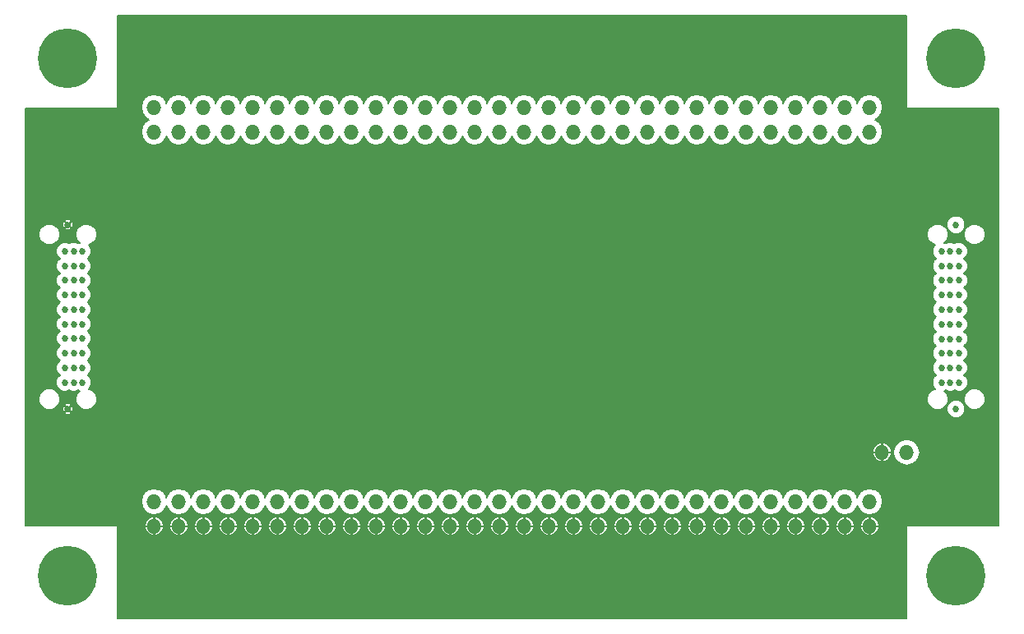
<source format=gbr>
G04 #@! TF.FileFunction,Copper,L2,Inr,Signal*
%FSLAX46Y46*%
G04 Gerber Fmt 4.6, Leading zero omitted, Abs format (unit mm)*
G04 Created by KiCad (PCBNEW (2015-04-19 BZR 5613)-product) date 6/23/2015 7:30:16 PM*
%MOMM*%
G01*
G04 APERTURE LIST*
%ADD10C,0.100000*%
%ADD11O,6.100000X6.100000*%
%ADD12O,1.524000X1.524000*%
%ADD13C,0.685800*%
%ADD14C,0.152400*%
G04 APERTURE END LIST*
D10*
D11*
X93980000Y-134620000D03*
X93980000Y-81280000D03*
X185420000Y-81280000D03*
X185420000Y-134620000D03*
D12*
X176530000Y-127000000D03*
X173990000Y-127000000D03*
X171450000Y-127000000D03*
X168910000Y-127000000D03*
X166370000Y-127000000D03*
X163830000Y-127000000D03*
X161290000Y-127000000D03*
X158750000Y-127000000D03*
X156210000Y-127000000D03*
X153670000Y-127000000D03*
X151130000Y-127000000D03*
X148590000Y-127000000D03*
X146050000Y-127000000D03*
X143510000Y-127000000D03*
X140970000Y-127000000D03*
X138430000Y-127000000D03*
X135890000Y-127000000D03*
X133350000Y-127000000D03*
X130810000Y-127000000D03*
X128270000Y-127000000D03*
X125730000Y-127000000D03*
X123190000Y-127000000D03*
X120650000Y-127000000D03*
X118110000Y-127000000D03*
X115570000Y-127000000D03*
X113030000Y-127000000D03*
X110490000Y-127000000D03*
X107950000Y-127000000D03*
X105410000Y-127000000D03*
X102870000Y-127000000D03*
X176530000Y-129540000D03*
X173990000Y-129540000D03*
X171450000Y-129540000D03*
X168910000Y-129540000D03*
X166370000Y-129540000D03*
X163830000Y-129540000D03*
X161290000Y-129540000D03*
X158750000Y-129540000D03*
X156210000Y-129540000D03*
X153670000Y-129540000D03*
X151130000Y-129540000D03*
X148590000Y-129540000D03*
X146050000Y-129540000D03*
X143510000Y-129540000D03*
X140970000Y-129540000D03*
X138430000Y-129540000D03*
X135890000Y-129540000D03*
X133350000Y-129540000D03*
X130810000Y-129540000D03*
X128270000Y-129540000D03*
X125730000Y-129540000D03*
X123190000Y-129540000D03*
X120650000Y-129540000D03*
X118110000Y-129540000D03*
X115570000Y-129540000D03*
X113030000Y-129540000D03*
X110490000Y-129540000D03*
X107950000Y-129540000D03*
X105410000Y-129540000D03*
X102870000Y-129540000D03*
X177800000Y-121920000D03*
X180340000Y-121920000D03*
X176530000Y-88900000D03*
X173990000Y-88900000D03*
X171450000Y-88900000D03*
X168910000Y-88900000D03*
X166370000Y-88900000D03*
X163830000Y-88900000D03*
X161290000Y-88900000D03*
X158750000Y-88900000D03*
X156210000Y-88900000D03*
X153670000Y-88900000D03*
X151130000Y-88900000D03*
X148590000Y-88900000D03*
X146050000Y-88900000D03*
X143510000Y-88900000D03*
X140970000Y-88900000D03*
X138430000Y-88900000D03*
X135890000Y-88900000D03*
X133350000Y-88900000D03*
X130810000Y-88900000D03*
X128270000Y-88900000D03*
X125730000Y-88900000D03*
X123190000Y-88900000D03*
X120650000Y-88900000D03*
X118110000Y-88900000D03*
X115570000Y-88900000D03*
X113030000Y-88900000D03*
X110490000Y-88900000D03*
X107950000Y-88900000D03*
X105410000Y-88900000D03*
X102870000Y-88900000D03*
X176530000Y-86360000D03*
X173990000Y-86360000D03*
X171450000Y-86360000D03*
X168910000Y-86360000D03*
X166370000Y-86360000D03*
X163830000Y-86360000D03*
X161290000Y-86360000D03*
X158750000Y-86360000D03*
X156210000Y-86360000D03*
X153670000Y-86360000D03*
X151130000Y-86360000D03*
X148590000Y-86360000D03*
X146050000Y-86360000D03*
X143510000Y-86360000D03*
X140970000Y-86360000D03*
X138430000Y-86360000D03*
X135890000Y-86360000D03*
X133350000Y-86360000D03*
X130810000Y-86360000D03*
X128270000Y-86360000D03*
X125730000Y-86360000D03*
X123190000Y-86360000D03*
X120650000Y-86360000D03*
X118110000Y-86360000D03*
X115570000Y-86360000D03*
X113030000Y-86360000D03*
X110490000Y-86360000D03*
X107950000Y-86360000D03*
X105410000Y-86360000D03*
X102870000Y-86360000D03*
D13*
X93980000Y-98450400D03*
X93980000Y-117449600D03*
X185420000Y-98450400D03*
X185420000Y-117449600D03*
X94589600Y-101193600D03*
X95478600Y-101193592D03*
X93700600Y-101193600D03*
X94589600Y-102692200D03*
X95478600Y-102692200D03*
X93700600Y-102692200D03*
X94589600Y-104190802D03*
X95478600Y-104190800D03*
X93700604Y-104190800D03*
X94589600Y-105689398D03*
X95478600Y-105689396D03*
X93700600Y-105689400D03*
X94589600Y-107188000D03*
X95478600Y-107188000D03*
X93700600Y-107188000D03*
X94589600Y-108686602D03*
X95478600Y-108686596D03*
X93700600Y-108686600D03*
X94589600Y-110185200D03*
X95478606Y-110185219D03*
X93700606Y-110185200D03*
X94589602Y-111709198D03*
X95478600Y-111709204D03*
X93700600Y-111709204D03*
X94589600Y-113207800D03*
X95478600Y-113207800D03*
X93700600Y-113207800D03*
X94589596Y-114706400D03*
X95478600Y-114706400D03*
X93700600Y-114706400D03*
X184810400Y-101193600D03*
X183921400Y-101193600D03*
X185699400Y-101193600D03*
X184810400Y-102692200D03*
X183921400Y-102692200D03*
X185699400Y-102692200D03*
X184810400Y-104190800D03*
X183921400Y-104190800D03*
X185699400Y-104190800D03*
X184810400Y-105689400D03*
X183921400Y-105689400D03*
X185699404Y-105689400D03*
X184810400Y-107188000D03*
X183921400Y-107188000D03*
X185699400Y-107188000D03*
X184810400Y-108712000D03*
X183921400Y-108712000D03*
X185699400Y-108712000D03*
X184810400Y-110210600D03*
X183921394Y-110210600D03*
X185699400Y-110210600D03*
X184810396Y-111709200D03*
X183921400Y-111709200D03*
X185699400Y-111709200D03*
X184810400Y-113207800D03*
X183921400Y-113207800D03*
X185699400Y-113207800D03*
X184810400Y-114706406D03*
X183921400Y-114706400D03*
X185699400Y-114706404D03*
D14*
G36*
X189814200Y-129463800D02*
X188404388Y-129463800D01*
X188404388Y-116235285D01*
X188404388Y-99235285D01*
X188239676Y-98836652D01*
X187934952Y-98531396D01*
X187536607Y-98365988D01*
X187105285Y-98365612D01*
X186706652Y-98530324D01*
X186401396Y-98835048D01*
X186347261Y-98965419D01*
X186347261Y-98266797D01*
X186206415Y-97925926D01*
X185945846Y-97664901D01*
X185605221Y-97523461D01*
X185236397Y-97523139D01*
X184895526Y-97663985D01*
X184634501Y-97924554D01*
X184493061Y-98265179D01*
X184492739Y-98634003D01*
X184633585Y-98974874D01*
X184894154Y-99235899D01*
X185234779Y-99377339D01*
X185603603Y-99377661D01*
X185944474Y-99236815D01*
X186205499Y-98976246D01*
X186346939Y-98635621D01*
X186347261Y-98266797D01*
X186347261Y-98965419D01*
X186235988Y-99233393D01*
X186235612Y-99664715D01*
X186400324Y-100063348D01*
X186705048Y-100368604D01*
X187103393Y-100534012D01*
X187534715Y-100534388D01*
X187933348Y-100369676D01*
X188238604Y-100064952D01*
X188404012Y-99666607D01*
X188404388Y-99235285D01*
X188404388Y-116235285D01*
X188239676Y-115836652D01*
X187934952Y-115531396D01*
X187536607Y-115365988D01*
X187105285Y-115365612D01*
X186706652Y-115530324D01*
X186626665Y-115610171D01*
X186626665Y-105505797D01*
X186485819Y-105164926D01*
X186261220Y-104939934D01*
X186484899Y-104716646D01*
X186626339Y-104376021D01*
X186626661Y-104007197D01*
X186485815Y-103666326D01*
X186261218Y-103441336D01*
X186484899Y-103218046D01*
X186626339Y-102877421D01*
X186626661Y-102508597D01*
X186485815Y-102167726D01*
X186261218Y-101942736D01*
X186484899Y-101719446D01*
X186626339Y-101378821D01*
X186626661Y-101009997D01*
X186485815Y-100669126D01*
X186225246Y-100408101D01*
X185884621Y-100266661D01*
X185515797Y-100266339D01*
X185254679Y-100374231D01*
X184995621Y-100266661D01*
X184626797Y-100266339D01*
X184365679Y-100374231D01*
X184198376Y-100304761D01*
X184438604Y-100064952D01*
X184604012Y-99666607D01*
X184604388Y-99235285D01*
X184439676Y-98836652D01*
X184134952Y-98531396D01*
X183736607Y-98365988D01*
X183305285Y-98365612D01*
X182906652Y-98530324D01*
X182601396Y-98835048D01*
X182435988Y-99233393D01*
X182435612Y-99664715D01*
X182600324Y-100063348D01*
X182905048Y-100368604D01*
X183279722Y-100524183D01*
X183135901Y-100667754D01*
X182994461Y-101008379D01*
X182994139Y-101377203D01*
X183134985Y-101718074D01*
X183359581Y-101943063D01*
X183135901Y-102166354D01*
X182994461Y-102506979D01*
X182994139Y-102875803D01*
X183134985Y-103216674D01*
X183359581Y-103441663D01*
X183135901Y-103664954D01*
X182994461Y-104005579D01*
X182994139Y-104374403D01*
X183134985Y-104715274D01*
X183359581Y-104940263D01*
X183135901Y-105163554D01*
X182994461Y-105504179D01*
X182994139Y-105873003D01*
X183134985Y-106213874D01*
X183359581Y-106438863D01*
X183135901Y-106662154D01*
X182994461Y-107002779D01*
X182994139Y-107371603D01*
X183134985Y-107712474D01*
X183372281Y-107950186D01*
X183135901Y-108186154D01*
X182994461Y-108526779D01*
X182994139Y-108895603D01*
X183134985Y-109236474D01*
X183359578Y-109461460D01*
X183135895Y-109684754D01*
X182994455Y-110025379D01*
X182994133Y-110394203D01*
X183134979Y-110735074D01*
X183359578Y-110960066D01*
X183135901Y-111183354D01*
X182994461Y-111523979D01*
X182994139Y-111892803D01*
X183134985Y-112233674D01*
X183359581Y-112458663D01*
X183135901Y-112681954D01*
X182994461Y-113022579D01*
X182994139Y-113391403D01*
X183134985Y-113732274D01*
X183359581Y-113957263D01*
X183135901Y-114180554D01*
X182994461Y-114521179D01*
X182994139Y-114890003D01*
X183134985Y-115230874D01*
X183279941Y-115376083D01*
X182906652Y-115530324D01*
X182601396Y-115835048D01*
X182435988Y-116233393D01*
X182435612Y-116664715D01*
X182600324Y-117063348D01*
X182905048Y-117368604D01*
X183303393Y-117534012D01*
X183734715Y-117534388D01*
X184133348Y-117369676D01*
X184438604Y-117064952D01*
X184604012Y-116666607D01*
X184604388Y-116235285D01*
X184439676Y-115836652D01*
X184198481Y-115595036D01*
X184366113Y-115525771D01*
X184625179Y-115633345D01*
X184994003Y-115633667D01*
X185255123Y-115525773D01*
X185514179Y-115633343D01*
X185883003Y-115633665D01*
X186223874Y-115492819D01*
X186484899Y-115232250D01*
X186626339Y-114891625D01*
X186626661Y-114522801D01*
X186485815Y-114181930D01*
X186261216Y-113956938D01*
X186484899Y-113733646D01*
X186626339Y-113393021D01*
X186626661Y-113024197D01*
X186485815Y-112683326D01*
X186261218Y-112458336D01*
X186484899Y-112235046D01*
X186626339Y-111894421D01*
X186626661Y-111525597D01*
X186485815Y-111184726D01*
X186261218Y-110959736D01*
X186484899Y-110736446D01*
X186626339Y-110395821D01*
X186626661Y-110026997D01*
X186485815Y-109686126D01*
X186261218Y-109461136D01*
X186484899Y-109237846D01*
X186626339Y-108897221D01*
X186626661Y-108528397D01*
X186485815Y-108187526D01*
X186248518Y-107949813D01*
X186484899Y-107713846D01*
X186626339Y-107373221D01*
X186626661Y-107004397D01*
X186485815Y-106663526D01*
X186261220Y-106438538D01*
X186484903Y-106215246D01*
X186626343Y-105874621D01*
X186626665Y-105505797D01*
X186626665Y-115610171D01*
X186401396Y-115835048D01*
X186235988Y-116233393D01*
X186235612Y-116664715D01*
X186400324Y-117063348D01*
X186705048Y-117368604D01*
X187103393Y-117534012D01*
X187534715Y-117534388D01*
X187933348Y-117369676D01*
X188238604Y-117064952D01*
X188404012Y-116666607D01*
X188404388Y-116235285D01*
X188404388Y-129463800D01*
X186347261Y-129463800D01*
X186347261Y-117265997D01*
X186206415Y-116925126D01*
X185945846Y-116664101D01*
X185605221Y-116522661D01*
X185236397Y-116522339D01*
X184895526Y-116663185D01*
X184634501Y-116923754D01*
X184493061Y-117264379D01*
X184492739Y-117633203D01*
X184633585Y-117974074D01*
X184894154Y-118235099D01*
X185234779Y-118376539D01*
X185603603Y-118376861D01*
X185944474Y-118236015D01*
X186205499Y-117975446D01*
X186346939Y-117634821D01*
X186347261Y-117265997D01*
X186347261Y-129463800D01*
X181712574Y-129463800D01*
X181712574Y-121920000D01*
X181610101Y-121404832D01*
X181318281Y-120968093D01*
X180881542Y-120676273D01*
X180366374Y-120573800D01*
X180313626Y-120573800D01*
X179798458Y-120676273D01*
X179361719Y-120968093D01*
X179069899Y-121404832D01*
X178967426Y-121920000D01*
X179069899Y-122435168D01*
X179361719Y-122871907D01*
X179798458Y-123163727D01*
X180313626Y-123266200D01*
X180366374Y-123266200D01*
X180881542Y-123163727D01*
X181318281Y-122871907D01*
X181610101Y-122435168D01*
X181712574Y-121920000D01*
X181712574Y-129463800D01*
X180263800Y-129463800D01*
X180263800Y-139014200D01*
X178774109Y-139014200D01*
X178774109Y-122100000D01*
X178774109Y-121740000D01*
X178768845Y-121713523D01*
X178616081Y-121358479D01*
X178339076Y-121088921D01*
X177980001Y-120945888D01*
X177876200Y-120973405D01*
X177876200Y-88926374D01*
X177876200Y-88873626D01*
X177773727Y-88358458D01*
X177481907Y-87921719D01*
X177045319Y-87630000D01*
X177481907Y-87338281D01*
X177773727Y-86901542D01*
X177876200Y-86386374D01*
X177876200Y-86333626D01*
X177773727Y-85818458D01*
X177481907Y-85381719D01*
X177045168Y-85089899D01*
X176530000Y-84987426D01*
X176014832Y-85089899D01*
X175578093Y-85381719D01*
X175286273Y-85818458D01*
X175260000Y-85950541D01*
X175233727Y-85818458D01*
X174941907Y-85381719D01*
X174505168Y-85089899D01*
X173990000Y-84987426D01*
X173474832Y-85089899D01*
X173038093Y-85381719D01*
X172746273Y-85818458D01*
X172720000Y-85950541D01*
X172693727Y-85818458D01*
X172401907Y-85381719D01*
X171965168Y-85089899D01*
X171450000Y-84987426D01*
X170934832Y-85089899D01*
X170498093Y-85381719D01*
X170206273Y-85818458D01*
X170180000Y-85950541D01*
X170153727Y-85818458D01*
X169861907Y-85381719D01*
X169425168Y-85089899D01*
X168910000Y-84987426D01*
X168394832Y-85089899D01*
X167958093Y-85381719D01*
X167666273Y-85818458D01*
X167640000Y-85950541D01*
X167613727Y-85818458D01*
X167321907Y-85381719D01*
X166885168Y-85089899D01*
X166370000Y-84987426D01*
X165854832Y-85089899D01*
X165418093Y-85381719D01*
X165126273Y-85818458D01*
X165100000Y-85950541D01*
X165073727Y-85818458D01*
X164781907Y-85381719D01*
X164345168Y-85089899D01*
X163830000Y-84987426D01*
X163314832Y-85089899D01*
X162878093Y-85381719D01*
X162586273Y-85818458D01*
X162560000Y-85950541D01*
X162533727Y-85818458D01*
X162241907Y-85381719D01*
X161805168Y-85089899D01*
X161290000Y-84987426D01*
X160774832Y-85089899D01*
X160338093Y-85381719D01*
X160046273Y-85818458D01*
X160020000Y-85950541D01*
X159993727Y-85818458D01*
X159701907Y-85381719D01*
X159265168Y-85089899D01*
X158750000Y-84987426D01*
X158234832Y-85089899D01*
X157798093Y-85381719D01*
X157506273Y-85818458D01*
X157480000Y-85950541D01*
X157453727Y-85818458D01*
X157161907Y-85381719D01*
X156725168Y-85089899D01*
X156210000Y-84987426D01*
X155694832Y-85089899D01*
X155258093Y-85381719D01*
X154966273Y-85818458D01*
X154940000Y-85950541D01*
X154913727Y-85818458D01*
X154621907Y-85381719D01*
X154185168Y-85089899D01*
X153670000Y-84987426D01*
X153154832Y-85089899D01*
X152718093Y-85381719D01*
X152426273Y-85818458D01*
X152400000Y-85950541D01*
X152373727Y-85818458D01*
X152081907Y-85381719D01*
X151645168Y-85089899D01*
X151130000Y-84987426D01*
X150614832Y-85089899D01*
X150178093Y-85381719D01*
X149886273Y-85818458D01*
X149860000Y-85950541D01*
X149833727Y-85818458D01*
X149541907Y-85381719D01*
X149105168Y-85089899D01*
X148590000Y-84987426D01*
X148074832Y-85089899D01*
X147638093Y-85381719D01*
X147346273Y-85818458D01*
X147320000Y-85950541D01*
X147293727Y-85818458D01*
X147001907Y-85381719D01*
X146565168Y-85089899D01*
X146050000Y-84987426D01*
X145534832Y-85089899D01*
X145098093Y-85381719D01*
X144806273Y-85818458D01*
X144780000Y-85950541D01*
X144753727Y-85818458D01*
X144461907Y-85381719D01*
X144025168Y-85089899D01*
X143510000Y-84987426D01*
X142994832Y-85089899D01*
X142558093Y-85381719D01*
X142266273Y-85818458D01*
X142240000Y-85950541D01*
X142213727Y-85818458D01*
X141921907Y-85381719D01*
X141485168Y-85089899D01*
X140970000Y-84987426D01*
X140454832Y-85089899D01*
X140018093Y-85381719D01*
X139726273Y-85818458D01*
X139700000Y-85950541D01*
X139673727Y-85818458D01*
X139381907Y-85381719D01*
X138945168Y-85089899D01*
X138430000Y-84987426D01*
X137914832Y-85089899D01*
X137478093Y-85381719D01*
X137186273Y-85818458D01*
X137160000Y-85950541D01*
X137133727Y-85818458D01*
X136841907Y-85381719D01*
X136405168Y-85089899D01*
X135890000Y-84987426D01*
X135374832Y-85089899D01*
X134938093Y-85381719D01*
X134646273Y-85818458D01*
X134620000Y-85950541D01*
X134593727Y-85818458D01*
X134301907Y-85381719D01*
X133865168Y-85089899D01*
X133350000Y-84987426D01*
X132834832Y-85089899D01*
X132398093Y-85381719D01*
X132106273Y-85818458D01*
X132080000Y-85950541D01*
X132053727Y-85818458D01*
X131761907Y-85381719D01*
X131325168Y-85089899D01*
X130810000Y-84987426D01*
X130294832Y-85089899D01*
X129858093Y-85381719D01*
X129566273Y-85818458D01*
X129540000Y-85950541D01*
X129513727Y-85818458D01*
X129221907Y-85381719D01*
X128785168Y-85089899D01*
X128270000Y-84987426D01*
X127754832Y-85089899D01*
X127318093Y-85381719D01*
X127026273Y-85818458D01*
X127000000Y-85950541D01*
X126973727Y-85818458D01*
X126681907Y-85381719D01*
X126245168Y-85089899D01*
X125730000Y-84987426D01*
X125214832Y-85089899D01*
X124778093Y-85381719D01*
X124486273Y-85818458D01*
X124460000Y-85950541D01*
X124433727Y-85818458D01*
X124141907Y-85381719D01*
X123705168Y-85089899D01*
X123190000Y-84987426D01*
X122674832Y-85089899D01*
X122238093Y-85381719D01*
X121946273Y-85818458D01*
X121920000Y-85950541D01*
X121893727Y-85818458D01*
X121601907Y-85381719D01*
X121165168Y-85089899D01*
X120650000Y-84987426D01*
X120134832Y-85089899D01*
X119698093Y-85381719D01*
X119406273Y-85818458D01*
X119380000Y-85950541D01*
X119353727Y-85818458D01*
X119061907Y-85381719D01*
X118625168Y-85089899D01*
X118110000Y-84987426D01*
X117594832Y-85089899D01*
X117158093Y-85381719D01*
X116866273Y-85818458D01*
X116840000Y-85950541D01*
X116813727Y-85818458D01*
X116521907Y-85381719D01*
X116085168Y-85089899D01*
X115570000Y-84987426D01*
X115054832Y-85089899D01*
X114618093Y-85381719D01*
X114326273Y-85818458D01*
X114300000Y-85950541D01*
X114273727Y-85818458D01*
X113981907Y-85381719D01*
X113545168Y-85089899D01*
X113030000Y-84987426D01*
X112514832Y-85089899D01*
X112078093Y-85381719D01*
X111786273Y-85818458D01*
X111760000Y-85950541D01*
X111733727Y-85818458D01*
X111441907Y-85381719D01*
X111005168Y-85089899D01*
X110490000Y-84987426D01*
X109974832Y-85089899D01*
X109538093Y-85381719D01*
X109246273Y-85818458D01*
X109220000Y-85950541D01*
X109193727Y-85818458D01*
X108901907Y-85381719D01*
X108465168Y-85089899D01*
X107950000Y-84987426D01*
X107434832Y-85089899D01*
X106998093Y-85381719D01*
X106706273Y-85818458D01*
X106680000Y-85950541D01*
X106653727Y-85818458D01*
X106361907Y-85381719D01*
X105925168Y-85089899D01*
X105410000Y-84987426D01*
X104894832Y-85089899D01*
X104458093Y-85381719D01*
X104166273Y-85818458D01*
X104140000Y-85950541D01*
X104113727Y-85818458D01*
X103821907Y-85381719D01*
X103385168Y-85089899D01*
X102870000Y-84987426D01*
X102354832Y-85089899D01*
X101918093Y-85381719D01*
X101626273Y-85818458D01*
X101523800Y-86333626D01*
X101523800Y-86386374D01*
X101626273Y-86901542D01*
X101918093Y-87338281D01*
X102354680Y-87630000D01*
X101918093Y-87921719D01*
X101626273Y-88358458D01*
X101523800Y-88873626D01*
X101523800Y-88926374D01*
X101626273Y-89441542D01*
X101918093Y-89878281D01*
X102354832Y-90170101D01*
X102870000Y-90272574D01*
X103385168Y-90170101D01*
X103821907Y-89878281D01*
X104113727Y-89441542D01*
X104140000Y-89309458D01*
X104166273Y-89441542D01*
X104458093Y-89878281D01*
X104894832Y-90170101D01*
X105410000Y-90272574D01*
X105925168Y-90170101D01*
X106361907Y-89878281D01*
X106653727Y-89441542D01*
X106680000Y-89309458D01*
X106706273Y-89441542D01*
X106998093Y-89878281D01*
X107434832Y-90170101D01*
X107950000Y-90272574D01*
X108465168Y-90170101D01*
X108901907Y-89878281D01*
X109193727Y-89441542D01*
X109220000Y-89309458D01*
X109246273Y-89441542D01*
X109538093Y-89878281D01*
X109974832Y-90170101D01*
X110490000Y-90272574D01*
X111005168Y-90170101D01*
X111441907Y-89878281D01*
X111733727Y-89441542D01*
X111760000Y-89309458D01*
X111786273Y-89441542D01*
X112078093Y-89878281D01*
X112514832Y-90170101D01*
X113030000Y-90272574D01*
X113545168Y-90170101D01*
X113981907Y-89878281D01*
X114273727Y-89441542D01*
X114300000Y-89309458D01*
X114326273Y-89441542D01*
X114618093Y-89878281D01*
X115054832Y-90170101D01*
X115570000Y-90272574D01*
X116085168Y-90170101D01*
X116521907Y-89878281D01*
X116813727Y-89441542D01*
X116840000Y-89309458D01*
X116866273Y-89441542D01*
X117158093Y-89878281D01*
X117594832Y-90170101D01*
X118110000Y-90272574D01*
X118625168Y-90170101D01*
X119061907Y-89878281D01*
X119353727Y-89441542D01*
X119380000Y-89309458D01*
X119406273Y-89441542D01*
X119698093Y-89878281D01*
X120134832Y-90170101D01*
X120650000Y-90272574D01*
X121165168Y-90170101D01*
X121601907Y-89878281D01*
X121893727Y-89441542D01*
X121920000Y-89309458D01*
X121946273Y-89441542D01*
X122238093Y-89878281D01*
X122674832Y-90170101D01*
X123190000Y-90272574D01*
X123705168Y-90170101D01*
X124141907Y-89878281D01*
X124433727Y-89441542D01*
X124460000Y-89309458D01*
X124486273Y-89441542D01*
X124778093Y-89878281D01*
X125214832Y-90170101D01*
X125730000Y-90272574D01*
X126245168Y-90170101D01*
X126681907Y-89878281D01*
X126973727Y-89441542D01*
X127000000Y-89309458D01*
X127026273Y-89441542D01*
X127318093Y-89878281D01*
X127754832Y-90170101D01*
X128270000Y-90272574D01*
X128785168Y-90170101D01*
X129221907Y-89878281D01*
X129513727Y-89441542D01*
X129540000Y-89309458D01*
X129566273Y-89441542D01*
X129858093Y-89878281D01*
X130294832Y-90170101D01*
X130810000Y-90272574D01*
X131325168Y-90170101D01*
X131761907Y-89878281D01*
X132053727Y-89441542D01*
X132080000Y-89309458D01*
X132106273Y-89441542D01*
X132398093Y-89878281D01*
X132834832Y-90170101D01*
X133350000Y-90272574D01*
X133865168Y-90170101D01*
X134301907Y-89878281D01*
X134593727Y-89441542D01*
X134620000Y-89309458D01*
X134646273Y-89441542D01*
X134938093Y-89878281D01*
X135374832Y-90170101D01*
X135890000Y-90272574D01*
X136405168Y-90170101D01*
X136841907Y-89878281D01*
X137133727Y-89441542D01*
X137160000Y-89309458D01*
X137186273Y-89441542D01*
X137478093Y-89878281D01*
X137914832Y-90170101D01*
X138430000Y-90272574D01*
X138945168Y-90170101D01*
X139381907Y-89878281D01*
X139673727Y-89441542D01*
X139700000Y-89309458D01*
X139726273Y-89441542D01*
X140018093Y-89878281D01*
X140454832Y-90170101D01*
X140970000Y-90272574D01*
X141485168Y-90170101D01*
X141921907Y-89878281D01*
X142213727Y-89441542D01*
X142240000Y-89309458D01*
X142266273Y-89441542D01*
X142558093Y-89878281D01*
X142994832Y-90170101D01*
X143510000Y-90272574D01*
X144025168Y-90170101D01*
X144461907Y-89878281D01*
X144753727Y-89441542D01*
X144780000Y-89309458D01*
X144806273Y-89441542D01*
X145098093Y-89878281D01*
X145534832Y-90170101D01*
X146050000Y-90272574D01*
X146565168Y-90170101D01*
X147001907Y-89878281D01*
X147293727Y-89441542D01*
X147320000Y-89309458D01*
X147346273Y-89441542D01*
X147638093Y-89878281D01*
X148074832Y-90170101D01*
X148590000Y-90272574D01*
X149105168Y-90170101D01*
X149541907Y-89878281D01*
X149833727Y-89441542D01*
X149860000Y-89309458D01*
X149886273Y-89441542D01*
X150178093Y-89878281D01*
X150614832Y-90170101D01*
X151130000Y-90272574D01*
X151645168Y-90170101D01*
X152081907Y-89878281D01*
X152373727Y-89441542D01*
X152400000Y-89309458D01*
X152426273Y-89441542D01*
X152718093Y-89878281D01*
X153154832Y-90170101D01*
X153670000Y-90272574D01*
X154185168Y-90170101D01*
X154621907Y-89878281D01*
X154913727Y-89441542D01*
X154940000Y-89309458D01*
X154966273Y-89441542D01*
X155258093Y-89878281D01*
X155694832Y-90170101D01*
X156210000Y-90272574D01*
X156725168Y-90170101D01*
X157161907Y-89878281D01*
X157453727Y-89441542D01*
X157480000Y-89309458D01*
X157506273Y-89441542D01*
X157798093Y-89878281D01*
X158234832Y-90170101D01*
X158750000Y-90272574D01*
X159265168Y-90170101D01*
X159701907Y-89878281D01*
X159993727Y-89441542D01*
X160020000Y-89309458D01*
X160046273Y-89441542D01*
X160338093Y-89878281D01*
X160774832Y-90170101D01*
X161290000Y-90272574D01*
X161805168Y-90170101D01*
X162241907Y-89878281D01*
X162533727Y-89441542D01*
X162560000Y-89309458D01*
X162586273Y-89441542D01*
X162878093Y-89878281D01*
X163314832Y-90170101D01*
X163830000Y-90272574D01*
X164345168Y-90170101D01*
X164781907Y-89878281D01*
X165073727Y-89441542D01*
X165100000Y-89309458D01*
X165126273Y-89441542D01*
X165418093Y-89878281D01*
X165854832Y-90170101D01*
X166370000Y-90272574D01*
X166885168Y-90170101D01*
X167321907Y-89878281D01*
X167613727Y-89441542D01*
X167640000Y-89309458D01*
X167666273Y-89441542D01*
X167958093Y-89878281D01*
X168394832Y-90170101D01*
X168910000Y-90272574D01*
X169425168Y-90170101D01*
X169861907Y-89878281D01*
X170153727Y-89441542D01*
X170180000Y-89309458D01*
X170206273Y-89441542D01*
X170498093Y-89878281D01*
X170934832Y-90170101D01*
X171450000Y-90272574D01*
X171965168Y-90170101D01*
X172401907Y-89878281D01*
X172693727Y-89441542D01*
X172720000Y-89309458D01*
X172746273Y-89441542D01*
X173038093Y-89878281D01*
X173474832Y-90170101D01*
X173990000Y-90272574D01*
X174505168Y-90170101D01*
X174941907Y-89878281D01*
X175233727Y-89441542D01*
X175260000Y-89309458D01*
X175286273Y-89441542D01*
X175578093Y-89878281D01*
X176014832Y-90170101D01*
X176530000Y-90272574D01*
X177045168Y-90170101D01*
X177481907Y-89878281D01*
X177773727Y-89441542D01*
X177876200Y-88926374D01*
X177876200Y-120973405D01*
X177825400Y-120986873D01*
X177825400Y-121894600D01*
X178733104Y-121894600D01*
X178774109Y-121740000D01*
X178774109Y-122100000D01*
X178733104Y-121945400D01*
X177825400Y-121945400D01*
X177825400Y-122853127D01*
X177980001Y-122894112D01*
X178339076Y-122751079D01*
X178616081Y-122481521D01*
X178768845Y-122126477D01*
X178774109Y-122100000D01*
X178774109Y-139014200D01*
X177876200Y-139014200D01*
X177876200Y-127026374D01*
X177876200Y-126973626D01*
X177774600Y-126462846D01*
X177774600Y-122853127D01*
X177774600Y-121945400D01*
X177774600Y-121894600D01*
X177774600Y-120986873D01*
X177619999Y-120945888D01*
X177260924Y-121088921D01*
X176983919Y-121358479D01*
X176831155Y-121713523D01*
X176825891Y-121740000D01*
X176866896Y-121894600D01*
X177774600Y-121894600D01*
X177774600Y-121945400D01*
X176866896Y-121945400D01*
X176825891Y-122100000D01*
X176831155Y-122126477D01*
X176983919Y-122481521D01*
X177260924Y-122751079D01*
X177619999Y-122894112D01*
X177774600Y-122853127D01*
X177774600Y-126462846D01*
X177773727Y-126458458D01*
X177481907Y-126021719D01*
X177045168Y-125729899D01*
X176530000Y-125627426D01*
X176014832Y-125729899D01*
X175578093Y-126021719D01*
X175286273Y-126458458D01*
X175260000Y-126590541D01*
X175233727Y-126458458D01*
X174941907Y-126021719D01*
X174505168Y-125729899D01*
X173990000Y-125627426D01*
X173474832Y-125729899D01*
X173038093Y-126021719D01*
X172746273Y-126458458D01*
X172720000Y-126590541D01*
X172693727Y-126458458D01*
X172401907Y-126021719D01*
X171965168Y-125729899D01*
X171450000Y-125627426D01*
X170934832Y-125729899D01*
X170498093Y-126021719D01*
X170206273Y-126458458D01*
X170180000Y-126590541D01*
X170153727Y-126458458D01*
X169861907Y-126021719D01*
X169425168Y-125729899D01*
X168910000Y-125627426D01*
X168394832Y-125729899D01*
X167958093Y-126021719D01*
X167666273Y-126458458D01*
X167640000Y-126590541D01*
X167613727Y-126458458D01*
X167321907Y-126021719D01*
X166885168Y-125729899D01*
X166370000Y-125627426D01*
X165854832Y-125729899D01*
X165418093Y-126021719D01*
X165126273Y-126458458D01*
X165100000Y-126590541D01*
X165073727Y-126458458D01*
X164781907Y-126021719D01*
X164345168Y-125729899D01*
X163830000Y-125627426D01*
X163314832Y-125729899D01*
X162878093Y-126021719D01*
X162586273Y-126458458D01*
X162560000Y-126590541D01*
X162533727Y-126458458D01*
X162241907Y-126021719D01*
X161805168Y-125729899D01*
X161290000Y-125627426D01*
X160774832Y-125729899D01*
X160338093Y-126021719D01*
X160046273Y-126458458D01*
X160020000Y-126590541D01*
X159993727Y-126458458D01*
X159701907Y-126021719D01*
X159265168Y-125729899D01*
X158750000Y-125627426D01*
X158234832Y-125729899D01*
X157798093Y-126021719D01*
X157506273Y-126458458D01*
X157480000Y-126590541D01*
X157453727Y-126458458D01*
X157161907Y-126021719D01*
X156725168Y-125729899D01*
X156210000Y-125627426D01*
X155694832Y-125729899D01*
X155258093Y-126021719D01*
X154966273Y-126458458D01*
X154940000Y-126590541D01*
X154913727Y-126458458D01*
X154621907Y-126021719D01*
X154185168Y-125729899D01*
X153670000Y-125627426D01*
X153154832Y-125729899D01*
X152718093Y-126021719D01*
X152426273Y-126458458D01*
X152400000Y-126590541D01*
X152373727Y-126458458D01*
X152081907Y-126021719D01*
X151645168Y-125729899D01*
X151130000Y-125627426D01*
X150614832Y-125729899D01*
X150178093Y-126021719D01*
X149886273Y-126458458D01*
X149860000Y-126590541D01*
X149833727Y-126458458D01*
X149541907Y-126021719D01*
X149105168Y-125729899D01*
X148590000Y-125627426D01*
X148074832Y-125729899D01*
X147638093Y-126021719D01*
X147346273Y-126458458D01*
X147320000Y-126590541D01*
X147293727Y-126458458D01*
X147001907Y-126021719D01*
X146565168Y-125729899D01*
X146050000Y-125627426D01*
X145534832Y-125729899D01*
X145098093Y-126021719D01*
X144806273Y-126458458D01*
X144780000Y-126590541D01*
X144753727Y-126458458D01*
X144461907Y-126021719D01*
X144025168Y-125729899D01*
X143510000Y-125627426D01*
X142994832Y-125729899D01*
X142558093Y-126021719D01*
X142266273Y-126458458D01*
X142240000Y-126590541D01*
X142213727Y-126458458D01*
X141921907Y-126021719D01*
X141485168Y-125729899D01*
X140970000Y-125627426D01*
X140454832Y-125729899D01*
X140018093Y-126021719D01*
X139726273Y-126458458D01*
X139700000Y-126590541D01*
X139673727Y-126458458D01*
X139381907Y-126021719D01*
X138945168Y-125729899D01*
X138430000Y-125627426D01*
X137914832Y-125729899D01*
X137478093Y-126021719D01*
X137186273Y-126458458D01*
X137160000Y-126590541D01*
X137133727Y-126458458D01*
X136841907Y-126021719D01*
X136405168Y-125729899D01*
X135890000Y-125627426D01*
X135374832Y-125729899D01*
X134938093Y-126021719D01*
X134646273Y-126458458D01*
X134620000Y-126590541D01*
X134593727Y-126458458D01*
X134301907Y-126021719D01*
X133865168Y-125729899D01*
X133350000Y-125627426D01*
X132834832Y-125729899D01*
X132398093Y-126021719D01*
X132106273Y-126458458D01*
X132080000Y-126590541D01*
X132053727Y-126458458D01*
X131761907Y-126021719D01*
X131325168Y-125729899D01*
X130810000Y-125627426D01*
X130294832Y-125729899D01*
X129858093Y-126021719D01*
X129566273Y-126458458D01*
X129540000Y-126590541D01*
X129513727Y-126458458D01*
X129221907Y-126021719D01*
X128785168Y-125729899D01*
X128270000Y-125627426D01*
X127754832Y-125729899D01*
X127318093Y-126021719D01*
X127026273Y-126458458D01*
X127000000Y-126590541D01*
X126973727Y-126458458D01*
X126681907Y-126021719D01*
X126245168Y-125729899D01*
X125730000Y-125627426D01*
X125214832Y-125729899D01*
X124778093Y-126021719D01*
X124486273Y-126458458D01*
X124460000Y-126590541D01*
X124433727Y-126458458D01*
X124141907Y-126021719D01*
X123705168Y-125729899D01*
X123190000Y-125627426D01*
X122674832Y-125729899D01*
X122238093Y-126021719D01*
X121946273Y-126458458D01*
X121920000Y-126590541D01*
X121893727Y-126458458D01*
X121601907Y-126021719D01*
X121165168Y-125729899D01*
X120650000Y-125627426D01*
X120134832Y-125729899D01*
X119698093Y-126021719D01*
X119406273Y-126458458D01*
X119380000Y-126590541D01*
X119353727Y-126458458D01*
X119061907Y-126021719D01*
X118625168Y-125729899D01*
X118110000Y-125627426D01*
X117594832Y-125729899D01*
X117158093Y-126021719D01*
X116866273Y-126458458D01*
X116840000Y-126590541D01*
X116813727Y-126458458D01*
X116521907Y-126021719D01*
X116085168Y-125729899D01*
X115570000Y-125627426D01*
X115054832Y-125729899D01*
X114618093Y-126021719D01*
X114326273Y-126458458D01*
X114300000Y-126590541D01*
X114273727Y-126458458D01*
X113981907Y-126021719D01*
X113545168Y-125729899D01*
X113030000Y-125627426D01*
X112514832Y-125729899D01*
X112078093Y-126021719D01*
X111786273Y-126458458D01*
X111760000Y-126590541D01*
X111733727Y-126458458D01*
X111441907Y-126021719D01*
X111005168Y-125729899D01*
X110490000Y-125627426D01*
X109974832Y-125729899D01*
X109538093Y-126021719D01*
X109246273Y-126458458D01*
X109220000Y-126590541D01*
X109193727Y-126458458D01*
X108901907Y-126021719D01*
X108465168Y-125729899D01*
X107950000Y-125627426D01*
X107434832Y-125729899D01*
X106998093Y-126021719D01*
X106706273Y-126458458D01*
X106680000Y-126590541D01*
X106653727Y-126458458D01*
X106361907Y-126021719D01*
X105925168Y-125729899D01*
X105410000Y-125627426D01*
X104894832Y-125729899D01*
X104458093Y-126021719D01*
X104166273Y-126458458D01*
X104140000Y-126590541D01*
X104113727Y-126458458D01*
X103821907Y-126021719D01*
X103385168Y-125729899D01*
X102870000Y-125627426D01*
X102354832Y-125729899D01*
X101918093Y-126021719D01*
X101626273Y-126458458D01*
X101523800Y-126973626D01*
X101523800Y-127026374D01*
X101626273Y-127541542D01*
X101918093Y-127978281D01*
X102354832Y-128270101D01*
X102870000Y-128372574D01*
X103385168Y-128270101D01*
X103821907Y-127978281D01*
X104113727Y-127541542D01*
X104140000Y-127409458D01*
X104166273Y-127541542D01*
X104458093Y-127978281D01*
X104894832Y-128270101D01*
X105410000Y-128372574D01*
X105925168Y-128270101D01*
X106361907Y-127978281D01*
X106653727Y-127541542D01*
X106680000Y-127409458D01*
X106706273Y-127541542D01*
X106998093Y-127978281D01*
X107434832Y-128270101D01*
X107950000Y-128372574D01*
X108465168Y-128270101D01*
X108901907Y-127978281D01*
X109193727Y-127541542D01*
X109220000Y-127409458D01*
X109246273Y-127541542D01*
X109538093Y-127978281D01*
X109974832Y-128270101D01*
X110490000Y-128372574D01*
X111005168Y-128270101D01*
X111441907Y-127978281D01*
X111733727Y-127541542D01*
X111760000Y-127409458D01*
X111786273Y-127541542D01*
X112078093Y-127978281D01*
X112514832Y-128270101D01*
X113030000Y-128372574D01*
X113545168Y-128270101D01*
X113981907Y-127978281D01*
X114273727Y-127541542D01*
X114300000Y-127409458D01*
X114326273Y-127541542D01*
X114618093Y-127978281D01*
X115054832Y-128270101D01*
X115570000Y-128372574D01*
X116085168Y-128270101D01*
X116521907Y-127978281D01*
X116813727Y-127541542D01*
X116840000Y-127409458D01*
X116866273Y-127541542D01*
X117158093Y-127978281D01*
X117594832Y-128270101D01*
X118110000Y-128372574D01*
X118625168Y-128270101D01*
X119061907Y-127978281D01*
X119353727Y-127541542D01*
X119380000Y-127409458D01*
X119406273Y-127541542D01*
X119698093Y-127978281D01*
X120134832Y-128270101D01*
X120650000Y-128372574D01*
X121165168Y-128270101D01*
X121601907Y-127978281D01*
X121893727Y-127541542D01*
X121920000Y-127409458D01*
X121946273Y-127541542D01*
X122238093Y-127978281D01*
X122674832Y-128270101D01*
X123190000Y-128372574D01*
X123705168Y-128270101D01*
X124141907Y-127978281D01*
X124433727Y-127541542D01*
X124460000Y-127409458D01*
X124486273Y-127541542D01*
X124778093Y-127978281D01*
X125214832Y-128270101D01*
X125730000Y-128372574D01*
X126245168Y-128270101D01*
X126681907Y-127978281D01*
X126973727Y-127541542D01*
X127000000Y-127409458D01*
X127026273Y-127541542D01*
X127318093Y-127978281D01*
X127754832Y-128270101D01*
X128270000Y-128372574D01*
X128785168Y-128270101D01*
X129221907Y-127978281D01*
X129513727Y-127541542D01*
X129540000Y-127409458D01*
X129566273Y-127541542D01*
X129858093Y-127978281D01*
X130294832Y-128270101D01*
X130810000Y-128372574D01*
X131325168Y-128270101D01*
X131761907Y-127978281D01*
X132053727Y-127541542D01*
X132080000Y-127409458D01*
X132106273Y-127541542D01*
X132398093Y-127978281D01*
X132834832Y-128270101D01*
X133350000Y-128372574D01*
X133865168Y-128270101D01*
X134301907Y-127978281D01*
X134593727Y-127541542D01*
X134620000Y-127409458D01*
X134646273Y-127541542D01*
X134938093Y-127978281D01*
X135374832Y-128270101D01*
X135890000Y-128372574D01*
X136405168Y-128270101D01*
X136841907Y-127978281D01*
X137133727Y-127541542D01*
X137160000Y-127409458D01*
X137186273Y-127541542D01*
X137478093Y-127978281D01*
X137914832Y-128270101D01*
X138430000Y-128372574D01*
X138945168Y-128270101D01*
X139381907Y-127978281D01*
X139673727Y-127541542D01*
X139700000Y-127409458D01*
X139726273Y-127541542D01*
X140018093Y-127978281D01*
X140454832Y-128270101D01*
X140970000Y-128372574D01*
X141485168Y-128270101D01*
X141921907Y-127978281D01*
X142213727Y-127541542D01*
X142240000Y-127409458D01*
X142266273Y-127541542D01*
X142558093Y-127978281D01*
X142994832Y-128270101D01*
X143510000Y-128372574D01*
X144025168Y-128270101D01*
X144461907Y-127978281D01*
X144753727Y-127541542D01*
X144780000Y-127409458D01*
X144806273Y-127541542D01*
X145098093Y-127978281D01*
X145534832Y-128270101D01*
X146050000Y-128372574D01*
X146565168Y-128270101D01*
X147001907Y-127978281D01*
X147293727Y-127541542D01*
X147320000Y-127409458D01*
X147346273Y-127541542D01*
X147638093Y-127978281D01*
X148074832Y-128270101D01*
X148590000Y-128372574D01*
X149105168Y-128270101D01*
X149541907Y-127978281D01*
X149833727Y-127541542D01*
X149860000Y-127409458D01*
X149886273Y-127541542D01*
X150178093Y-127978281D01*
X150614832Y-128270101D01*
X151130000Y-128372574D01*
X151645168Y-128270101D01*
X152081907Y-127978281D01*
X152373727Y-127541542D01*
X152400000Y-127409458D01*
X152426273Y-127541542D01*
X152718093Y-127978281D01*
X153154832Y-128270101D01*
X153670000Y-128372574D01*
X154185168Y-128270101D01*
X154621907Y-127978281D01*
X154913727Y-127541542D01*
X154940000Y-127409458D01*
X154966273Y-127541542D01*
X155258093Y-127978281D01*
X155694832Y-128270101D01*
X156210000Y-128372574D01*
X156725168Y-128270101D01*
X157161907Y-127978281D01*
X157453727Y-127541542D01*
X157480000Y-127409458D01*
X157506273Y-127541542D01*
X157798093Y-127978281D01*
X158234832Y-128270101D01*
X158750000Y-128372574D01*
X159265168Y-128270101D01*
X159701907Y-127978281D01*
X159993727Y-127541542D01*
X160020000Y-127409458D01*
X160046273Y-127541542D01*
X160338093Y-127978281D01*
X160774832Y-128270101D01*
X161290000Y-128372574D01*
X161805168Y-128270101D01*
X162241907Y-127978281D01*
X162533727Y-127541542D01*
X162560000Y-127409458D01*
X162586273Y-127541542D01*
X162878093Y-127978281D01*
X163314832Y-128270101D01*
X163830000Y-128372574D01*
X164345168Y-128270101D01*
X164781907Y-127978281D01*
X165073727Y-127541542D01*
X165100000Y-127409458D01*
X165126273Y-127541542D01*
X165418093Y-127978281D01*
X165854832Y-128270101D01*
X166370000Y-128372574D01*
X166885168Y-128270101D01*
X167321907Y-127978281D01*
X167613727Y-127541542D01*
X167640000Y-127409458D01*
X167666273Y-127541542D01*
X167958093Y-127978281D01*
X168394832Y-128270101D01*
X168910000Y-128372574D01*
X169425168Y-128270101D01*
X169861907Y-127978281D01*
X170153727Y-127541542D01*
X170180000Y-127409458D01*
X170206273Y-127541542D01*
X170498093Y-127978281D01*
X170934832Y-128270101D01*
X171450000Y-128372574D01*
X171965168Y-128270101D01*
X172401907Y-127978281D01*
X172693727Y-127541542D01*
X172720000Y-127409458D01*
X172746273Y-127541542D01*
X173038093Y-127978281D01*
X173474832Y-128270101D01*
X173990000Y-128372574D01*
X174505168Y-128270101D01*
X174941907Y-127978281D01*
X175233727Y-127541542D01*
X175260000Y-127409458D01*
X175286273Y-127541542D01*
X175578093Y-127978281D01*
X176014832Y-128270101D01*
X176530000Y-128372574D01*
X177045168Y-128270101D01*
X177481907Y-127978281D01*
X177773727Y-127541542D01*
X177876200Y-127026374D01*
X177876200Y-139014200D01*
X177504112Y-139014200D01*
X177504112Y-129720001D01*
X177504112Y-129359999D01*
X177361079Y-129000924D01*
X177091521Y-128723919D01*
X176736477Y-128571155D01*
X176710000Y-128565891D01*
X176555400Y-128606896D01*
X176555400Y-129514600D01*
X177463127Y-129514600D01*
X177504112Y-129359999D01*
X177504112Y-129720001D01*
X177463127Y-129565400D01*
X176555400Y-129565400D01*
X176555400Y-130473104D01*
X176710000Y-130514109D01*
X176736477Y-130508845D01*
X177091521Y-130356081D01*
X177361079Y-130079076D01*
X177504112Y-129720001D01*
X177504112Y-139014200D01*
X176504600Y-139014200D01*
X176504600Y-130473104D01*
X176504600Y-129565400D01*
X176504600Y-129514600D01*
X176504600Y-128606896D01*
X176350000Y-128565891D01*
X176323523Y-128571155D01*
X175968479Y-128723919D01*
X175698921Y-129000924D01*
X175555888Y-129359999D01*
X175596873Y-129514600D01*
X176504600Y-129514600D01*
X176504600Y-129565400D01*
X175596873Y-129565400D01*
X175555888Y-129720001D01*
X175698921Y-130079076D01*
X175968479Y-130356081D01*
X176323523Y-130508845D01*
X176350000Y-130514109D01*
X176504600Y-130473104D01*
X176504600Y-139014200D01*
X174964112Y-139014200D01*
X174964112Y-129720001D01*
X174964112Y-129359999D01*
X174821079Y-129000924D01*
X174551521Y-128723919D01*
X174196477Y-128571155D01*
X174170000Y-128565891D01*
X174015400Y-128606896D01*
X174015400Y-129514600D01*
X174923127Y-129514600D01*
X174964112Y-129359999D01*
X174964112Y-129720001D01*
X174923127Y-129565400D01*
X174015400Y-129565400D01*
X174015400Y-130473104D01*
X174170000Y-130514109D01*
X174196477Y-130508845D01*
X174551521Y-130356081D01*
X174821079Y-130079076D01*
X174964112Y-129720001D01*
X174964112Y-139014200D01*
X173964600Y-139014200D01*
X173964600Y-130473104D01*
X173964600Y-129565400D01*
X173964600Y-129514600D01*
X173964600Y-128606896D01*
X173810000Y-128565891D01*
X173783523Y-128571155D01*
X173428479Y-128723919D01*
X173158921Y-129000924D01*
X173015888Y-129359999D01*
X173056873Y-129514600D01*
X173964600Y-129514600D01*
X173964600Y-129565400D01*
X173056873Y-129565400D01*
X173015888Y-129720001D01*
X173158921Y-130079076D01*
X173428479Y-130356081D01*
X173783523Y-130508845D01*
X173810000Y-130514109D01*
X173964600Y-130473104D01*
X173964600Y-139014200D01*
X172424112Y-139014200D01*
X172424112Y-129720001D01*
X172424112Y-129359999D01*
X172281079Y-129000924D01*
X172011521Y-128723919D01*
X171656477Y-128571155D01*
X171630000Y-128565891D01*
X171475400Y-128606896D01*
X171475400Y-129514600D01*
X172383127Y-129514600D01*
X172424112Y-129359999D01*
X172424112Y-129720001D01*
X172383127Y-129565400D01*
X171475400Y-129565400D01*
X171475400Y-130473104D01*
X171630000Y-130514109D01*
X171656477Y-130508845D01*
X172011521Y-130356081D01*
X172281079Y-130079076D01*
X172424112Y-129720001D01*
X172424112Y-139014200D01*
X171424600Y-139014200D01*
X171424600Y-130473104D01*
X171424600Y-129565400D01*
X171424600Y-129514600D01*
X171424600Y-128606896D01*
X171270000Y-128565891D01*
X171243523Y-128571155D01*
X170888479Y-128723919D01*
X170618921Y-129000924D01*
X170475888Y-129359999D01*
X170516873Y-129514600D01*
X171424600Y-129514600D01*
X171424600Y-129565400D01*
X170516873Y-129565400D01*
X170475888Y-129720001D01*
X170618921Y-130079076D01*
X170888479Y-130356081D01*
X171243523Y-130508845D01*
X171270000Y-130514109D01*
X171424600Y-130473104D01*
X171424600Y-139014200D01*
X169884112Y-139014200D01*
X169884112Y-129720001D01*
X169884112Y-129359999D01*
X169741079Y-129000924D01*
X169471521Y-128723919D01*
X169116477Y-128571155D01*
X169090000Y-128565891D01*
X168935400Y-128606896D01*
X168935400Y-129514600D01*
X169843127Y-129514600D01*
X169884112Y-129359999D01*
X169884112Y-129720001D01*
X169843127Y-129565400D01*
X168935400Y-129565400D01*
X168935400Y-130473104D01*
X169090000Y-130514109D01*
X169116477Y-130508845D01*
X169471521Y-130356081D01*
X169741079Y-130079076D01*
X169884112Y-129720001D01*
X169884112Y-139014200D01*
X168884600Y-139014200D01*
X168884600Y-130473104D01*
X168884600Y-129565400D01*
X168884600Y-129514600D01*
X168884600Y-128606896D01*
X168730000Y-128565891D01*
X168703523Y-128571155D01*
X168348479Y-128723919D01*
X168078921Y-129000924D01*
X167935888Y-129359999D01*
X167976873Y-129514600D01*
X168884600Y-129514600D01*
X168884600Y-129565400D01*
X167976873Y-129565400D01*
X167935888Y-129720001D01*
X168078921Y-130079076D01*
X168348479Y-130356081D01*
X168703523Y-130508845D01*
X168730000Y-130514109D01*
X168884600Y-130473104D01*
X168884600Y-139014200D01*
X167344112Y-139014200D01*
X167344112Y-129720001D01*
X167344112Y-129359999D01*
X167201079Y-129000924D01*
X166931521Y-128723919D01*
X166576477Y-128571155D01*
X166550000Y-128565891D01*
X166395400Y-128606896D01*
X166395400Y-129514600D01*
X167303127Y-129514600D01*
X167344112Y-129359999D01*
X167344112Y-129720001D01*
X167303127Y-129565400D01*
X166395400Y-129565400D01*
X166395400Y-130473104D01*
X166550000Y-130514109D01*
X166576477Y-130508845D01*
X166931521Y-130356081D01*
X167201079Y-130079076D01*
X167344112Y-129720001D01*
X167344112Y-139014200D01*
X166344600Y-139014200D01*
X166344600Y-130473104D01*
X166344600Y-129565400D01*
X166344600Y-129514600D01*
X166344600Y-128606896D01*
X166190000Y-128565891D01*
X166163523Y-128571155D01*
X165808479Y-128723919D01*
X165538921Y-129000924D01*
X165395888Y-129359999D01*
X165436873Y-129514600D01*
X166344600Y-129514600D01*
X166344600Y-129565400D01*
X165436873Y-129565400D01*
X165395888Y-129720001D01*
X165538921Y-130079076D01*
X165808479Y-130356081D01*
X166163523Y-130508845D01*
X166190000Y-130514109D01*
X166344600Y-130473104D01*
X166344600Y-139014200D01*
X164804112Y-139014200D01*
X164804112Y-129720001D01*
X164804112Y-129359999D01*
X164661079Y-129000924D01*
X164391521Y-128723919D01*
X164036477Y-128571155D01*
X164010000Y-128565891D01*
X163855400Y-128606896D01*
X163855400Y-129514600D01*
X164763127Y-129514600D01*
X164804112Y-129359999D01*
X164804112Y-129720001D01*
X164763127Y-129565400D01*
X163855400Y-129565400D01*
X163855400Y-130473104D01*
X164010000Y-130514109D01*
X164036477Y-130508845D01*
X164391521Y-130356081D01*
X164661079Y-130079076D01*
X164804112Y-129720001D01*
X164804112Y-139014200D01*
X163804600Y-139014200D01*
X163804600Y-130473104D01*
X163804600Y-129565400D01*
X163804600Y-129514600D01*
X163804600Y-128606896D01*
X163650000Y-128565891D01*
X163623523Y-128571155D01*
X163268479Y-128723919D01*
X162998921Y-129000924D01*
X162855888Y-129359999D01*
X162896873Y-129514600D01*
X163804600Y-129514600D01*
X163804600Y-129565400D01*
X162896873Y-129565400D01*
X162855888Y-129720001D01*
X162998921Y-130079076D01*
X163268479Y-130356081D01*
X163623523Y-130508845D01*
X163650000Y-130514109D01*
X163804600Y-130473104D01*
X163804600Y-139014200D01*
X162264112Y-139014200D01*
X162264112Y-129720001D01*
X162264112Y-129359999D01*
X162121079Y-129000924D01*
X161851521Y-128723919D01*
X161496477Y-128571155D01*
X161470000Y-128565891D01*
X161315400Y-128606896D01*
X161315400Y-129514600D01*
X162223127Y-129514600D01*
X162264112Y-129359999D01*
X162264112Y-129720001D01*
X162223127Y-129565400D01*
X161315400Y-129565400D01*
X161315400Y-130473104D01*
X161470000Y-130514109D01*
X161496477Y-130508845D01*
X161851521Y-130356081D01*
X162121079Y-130079076D01*
X162264112Y-129720001D01*
X162264112Y-139014200D01*
X161264600Y-139014200D01*
X161264600Y-130473104D01*
X161264600Y-129565400D01*
X161264600Y-129514600D01*
X161264600Y-128606896D01*
X161110000Y-128565891D01*
X161083523Y-128571155D01*
X160728479Y-128723919D01*
X160458921Y-129000924D01*
X160315888Y-129359999D01*
X160356873Y-129514600D01*
X161264600Y-129514600D01*
X161264600Y-129565400D01*
X160356873Y-129565400D01*
X160315888Y-129720001D01*
X160458921Y-130079076D01*
X160728479Y-130356081D01*
X161083523Y-130508845D01*
X161110000Y-130514109D01*
X161264600Y-130473104D01*
X161264600Y-139014200D01*
X159724112Y-139014200D01*
X159724112Y-129720001D01*
X159724112Y-129359999D01*
X159581079Y-129000924D01*
X159311521Y-128723919D01*
X158956477Y-128571155D01*
X158930000Y-128565891D01*
X158775400Y-128606896D01*
X158775400Y-129514600D01*
X159683127Y-129514600D01*
X159724112Y-129359999D01*
X159724112Y-129720001D01*
X159683127Y-129565400D01*
X158775400Y-129565400D01*
X158775400Y-130473104D01*
X158930000Y-130514109D01*
X158956477Y-130508845D01*
X159311521Y-130356081D01*
X159581079Y-130079076D01*
X159724112Y-129720001D01*
X159724112Y-139014200D01*
X158724600Y-139014200D01*
X158724600Y-130473104D01*
X158724600Y-129565400D01*
X158724600Y-129514600D01*
X158724600Y-128606896D01*
X158570000Y-128565891D01*
X158543523Y-128571155D01*
X158188479Y-128723919D01*
X157918921Y-129000924D01*
X157775888Y-129359999D01*
X157816873Y-129514600D01*
X158724600Y-129514600D01*
X158724600Y-129565400D01*
X157816873Y-129565400D01*
X157775888Y-129720001D01*
X157918921Y-130079076D01*
X158188479Y-130356081D01*
X158543523Y-130508845D01*
X158570000Y-130514109D01*
X158724600Y-130473104D01*
X158724600Y-139014200D01*
X157184112Y-139014200D01*
X157184112Y-129720001D01*
X157184112Y-129359999D01*
X157041079Y-129000924D01*
X156771521Y-128723919D01*
X156416477Y-128571155D01*
X156390000Y-128565891D01*
X156235400Y-128606896D01*
X156235400Y-129514600D01*
X157143127Y-129514600D01*
X157184112Y-129359999D01*
X157184112Y-129720001D01*
X157143127Y-129565400D01*
X156235400Y-129565400D01*
X156235400Y-130473104D01*
X156390000Y-130514109D01*
X156416477Y-130508845D01*
X156771521Y-130356081D01*
X157041079Y-130079076D01*
X157184112Y-129720001D01*
X157184112Y-139014200D01*
X156184600Y-139014200D01*
X156184600Y-130473104D01*
X156184600Y-129565400D01*
X156184600Y-129514600D01*
X156184600Y-128606896D01*
X156030000Y-128565891D01*
X156003523Y-128571155D01*
X155648479Y-128723919D01*
X155378921Y-129000924D01*
X155235888Y-129359999D01*
X155276873Y-129514600D01*
X156184600Y-129514600D01*
X156184600Y-129565400D01*
X155276873Y-129565400D01*
X155235888Y-129720001D01*
X155378921Y-130079076D01*
X155648479Y-130356081D01*
X156003523Y-130508845D01*
X156030000Y-130514109D01*
X156184600Y-130473104D01*
X156184600Y-139014200D01*
X154644112Y-139014200D01*
X154644112Y-129720001D01*
X154644112Y-129359999D01*
X154501079Y-129000924D01*
X154231521Y-128723919D01*
X153876477Y-128571155D01*
X153850000Y-128565891D01*
X153695400Y-128606896D01*
X153695400Y-129514600D01*
X154603127Y-129514600D01*
X154644112Y-129359999D01*
X154644112Y-129720001D01*
X154603127Y-129565400D01*
X153695400Y-129565400D01*
X153695400Y-130473104D01*
X153850000Y-130514109D01*
X153876477Y-130508845D01*
X154231521Y-130356081D01*
X154501079Y-130079076D01*
X154644112Y-129720001D01*
X154644112Y-139014200D01*
X153644600Y-139014200D01*
X153644600Y-130473104D01*
X153644600Y-129565400D01*
X153644600Y-129514600D01*
X153644600Y-128606896D01*
X153490000Y-128565891D01*
X153463523Y-128571155D01*
X153108479Y-128723919D01*
X152838921Y-129000924D01*
X152695888Y-129359999D01*
X152736873Y-129514600D01*
X153644600Y-129514600D01*
X153644600Y-129565400D01*
X152736873Y-129565400D01*
X152695888Y-129720001D01*
X152838921Y-130079076D01*
X153108479Y-130356081D01*
X153463523Y-130508845D01*
X153490000Y-130514109D01*
X153644600Y-130473104D01*
X153644600Y-139014200D01*
X152104112Y-139014200D01*
X152104112Y-129720001D01*
X152104112Y-129359999D01*
X151961079Y-129000924D01*
X151691521Y-128723919D01*
X151336477Y-128571155D01*
X151310000Y-128565891D01*
X151155400Y-128606896D01*
X151155400Y-129514600D01*
X152063127Y-129514600D01*
X152104112Y-129359999D01*
X152104112Y-129720001D01*
X152063127Y-129565400D01*
X151155400Y-129565400D01*
X151155400Y-130473104D01*
X151310000Y-130514109D01*
X151336477Y-130508845D01*
X151691521Y-130356081D01*
X151961079Y-130079076D01*
X152104112Y-129720001D01*
X152104112Y-139014200D01*
X151104600Y-139014200D01*
X151104600Y-130473104D01*
X151104600Y-129565400D01*
X151104600Y-129514600D01*
X151104600Y-128606896D01*
X150950000Y-128565891D01*
X150923523Y-128571155D01*
X150568479Y-128723919D01*
X150298921Y-129000924D01*
X150155888Y-129359999D01*
X150196873Y-129514600D01*
X151104600Y-129514600D01*
X151104600Y-129565400D01*
X150196873Y-129565400D01*
X150155888Y-129720001D01*
X150298921Y-130079076D01*
X150568479Y-130356081D01*
X150923523Y-130508845D01*
X150950000Y-130514109D01*
X151104600Y-130473104D01*
X151104600Y-139014200D01*
X149564112Y-139014200D01*
X149564112Y-129720001D01*
X149564112Y-129359999D01*
X149421079Y-129000924D01*
X149151521Y-128723919D01*
X148796477Y-128571155D01*
X148770000Y-128565891D01*
X148615400Y-128606896D01*
X148615400Y-129514600D01*
X149523127Y-129514600D01*
X149564112Y-129359999D01*
X149564112Y-129720001D01*
X149523127Y-129565400D01*
X148615400Y-129565400D01*
X148615400Y-130473104D01*
X148770000Y-130514109D01*
X148796477Y-130508845D01*
X149151521Y-130356081D01*
X149421079Y-130079076D01*
X149564112Y-129720001D01*
X149564112Y-139014200D01*
X148564600Y-139014200D01*
X148564600Y-130473104D01*
X148564600Y-129565400D01*
X148564600Y-129514600D01*
X148564600Y-128606896D01*
X148410000Y-128565891D01*
X148383523Y-128571155D01*
X148028479Y-128723919D01*
X147758921Y-129000924D01*
X147615888Y-129359999D01*
X147656873Y-129514600D01*
X148564600Y-129514600D01*
X148564600Y-129565400D01*
X147656873Y-129565400D01*
X147615888Y-129720001D01*
X147758921Y-130079076D01*
X148028479Y-130356081D01*
X148383523Y-130508845D01*
X148410000Y-130514109D01*
X148564600Y-130473104D01*
X148564600Y-139014200D01*
X147024112Y-139014200D01*
X147024112Y-129720001D01*
X147024112Y-129359999D01*
X146881079Y-129000924D01*
X146611521Y-128723919D01*
X146256477Y-128571155D01*
X146230000Y-128565891D01*
X146075400Y-128606896D01*
X146075400Y-129514600D01*
X146983127Y-129514600D01*
X147024112Y-129359999D01*
X147024112Y-129720001D01*
X146983127Y-129565400D01*
X146075400Y-129565400D01*
X146075400Y-130473104D01*
X146230000Y-130514109D01*
X146256477Y-130508845D01*
X146611521Y-130356081D01*
X146881079Y-130079076D01*
X147024112Y-129720001D01*
X147024112Y-139014200D01*
X146024600Y-139014200D01*
X146024600Y-130473104D01*
X146024600Y-129565400D01*
X146024600Y-129514600D01*
X146024600Y-128606896D01*
X145870000Y-128565891D01*
X145843523Y-128571155D01*
X145488479Y-128723919D01*
X145218921Y-129000924D01*
X145075888Y-129359999D01*
X145116873Y-129514600D01*
X146024600Y-129514600D01*
X146024600Y-129565400D01*
X145116873Y-129565400D01*
X145075888Y-129720001D01*
X145218921Y-130079076D01*
X145488479Y-130356081D01*
X145843523Y-130508845D01*
X145870000Y-130514109D01*
X146024600Y-130473104D01*
X146024600Y-139014200D01*
X144484112Y-139014200D01*
X144484112Y-129720001D01*
X144484112Y-129359999D01*
X144341079Y-129000924D01*
X144071521Y-128723919D01*
X143716477Y-128571155D01*
X143690000Y-128565891D01*
X143535400Y-128606896D01*
X143535400Y-129514600D01*
X144443127Y-129514600D01*
X144484112Y-129359999D01*
X144484112Y-129720001D01*
X144443127Y-129565400D01*
X143535400Y-129565400D01*
X143535400Y-130473104D01*
X143690000Y-130514109D01*
X143716477Y-130508845D01*
X144071521Y-130356081D01*
X144341079Y-130079076D01*
X144484112Y-129720001D01*
X144484112Y-139014200D01*
X143484600Y-139014200D01*
X143484600Y-130473104D01*
X143484600Y-129565400D01*
X143484600Y-129514600D01*
X143484600Y-128606896D01*
X143330000Y-128565891D01*
X143303523Y-128571155D01*
X142948479Y-128723919D01*
X142678921Y-129000924D01*
X142535888Y-129359999D01*
X142576873Y-129514600D01*
X143484600Y-129514600D01*
X143484600Y-129565400D01*
X142576873Y-129565400D01*
X142535888Y-129720001D01*
X142678921Y-130079076D01*
X142948479Y-130356081D01*
X143303523Y-130508845D01*
X143330000Y-130514109D01*
X143484600Y-130473104D01*
X143484600Y-139014200D01*
X141944112Y-139014200D01*
X141944112Y-129720001D01*
X141944112Y-129359999D01*
X141801079Y-129000924D01*
X141531521Y-128723919D01*
X141176477Y-128571155D01*
X141150000Y-128565891D01*
X140995400Y-128606896D01*
X140995400Y-129514600D01*
X141903127Y-129514600D01*
X141944112Y-129359999D01*
X141944112Y-129720001D01*
X141903127Y-129565400D01*
X140995400Y-129565400D01*
X140995400Y-130473104D01*
X141150000Y-130514109D01*
X141176477Y-130508845D01*
X141531521Y-130356081D01*
X141801079Y-130079076D01*
X141944112Y-129720001D01*
X141944112Y-139014200D01*
X140944600Y-139014200D01*
X140944600Y-130473104D01*
X140944600Y-129565400D01*
X140944600Y-129514600D01*
X140944600Y-128606896D01*
X140790000Y-128565891D01*
X140763523Y-128571155D01*
X140408479Y-128723919D01*
X140138921Y-129000924D01*
X139995888Y-129359999D01*
X140036873Y-129514600D01*
X140944600Y-129514600D01*
X140944600Y-129565400D01*
X140036873Y-129565400D01*
X139995888Y-129720001D01*
X140138921Y-130079076D01*
X140408479Y-130356081D01*
X140763523Y-130508845D01*
X140790000Y-130514109D01*
X140944600Y-130473104D01*
X140944600Y-139014200D01*
X139404112Y-139014200D01*
X139404112Y-129720001D01*
X139404112Y-129359999D01*
X139261079Y-129000924D01*
X138991521Y-128723919D01*
X138636477Y-128571155D01*
X138610000Y-128565891D01*
X138455400Y-128606896D01*
X138455400Y-129514600D01*
X139363127Y-129514600D01*
X139404112Y-129359999D01*
X139404112Y-129720001D01*
X139363127Y-129565400D01*
X138455400Y-129565400D01*
X138455400Y-130473104D01*
X138610000Y-130514109D01*
X138636477Y-130508845D01*
X138991521Y-130356081D01*
X139261079Y-130079076D01*
X139404112Y-129720001D01*
X139404112Y-139014200D01*
X138404600Y-139014200D01*
X138404600Y-130473104D01*
X138404600Y-129565400D01*
X138404600Y-129514600D01*
X138404600Y-128606896D01*
X138250000Y-128565891D01*
X138223523Y-128571155D01*
X137868479Y-128723919D01*
X137598921Y-129000924D01*
X137455888Y-129359999D01*
X137496873Y-129514600D01*
X138404600Y-129514600D01*
X138404600Y-129565400D01*
X137496873Y-129565400D01*
X137455888Y-129720001D01*
X137598921Y-130079076D01*
X137868479Y-130356081D01*
X138223523Y-130508845D01*
X138250000Y-130514109D01*
X138404600Y-130473104D01*
X138404600Y-139014200D01*
X136864112Y-139014200D01*
X136864112Y-129720001D01*
X136864112Y-129359999D01*
X136721079Y-129000924D01*
X136451521Y-128723919D01*
X136096477Y-128571155D01*
X136070000Y-128565891D01*
X135915400Y-128606896D01*
X135915400Y-129514600D01*
X136823127Y-129514600D01*
X136864112Y-129359999D01*
X136864112Y-129720001D01*
X136823127Y-129565400D01*
X135915400Y-129565400D01*
X135915400Y-130473104D01*
X136070000Y-130514109D01*
X136096477Y-130508845D01*
X136451521Y-130356081D01*
X136721079Y-130079076D01*
X136864112Y-129720001D01*
X136864112Y-139014200D01*
X135864600Y-139014200D01*
X135864600Y-130473104D01*
X135864600Y-129565400D01*
X135864600Y-129514600D01*
X135864600Y-128606896D01*
X135710000Y-128565891D01*
X135683523Y-128571155D01*
X135328479Y-128723919D01*
X135058921Y-129000924D01*
X134915888Y-129359999D01*
X134956873Y-129514600D01*
X135864600Y-129514600D01*
X135864600Y-129565400D01*
X134956873Y-129565400D01*
X134915888Y-129720001D01*
X135058921Y-130079076D01*
X135328479Y-130356081D01*
X135683523Y-130508845D01*
X135710000Y-130514109D01*
X135864600Y-130473104D01*
X135864600Y-139014200D01*
X134324112Y-139014200D01*
X134324112Y-129720001D01*
X134324112Y-129359999D01*
X134181079Y-129000924D01*
X133911521Y-128723919D01*
X133556477Y-128571155D01*
X133530000Y-128565891D01*
X133375400Y-128606896D01*
X133375400Y-129514600D01*
X134283127Y-129514600D01*
X134324112Y-129359999D01*
X134324112Y-129720001D01*
X134283127Y-129565400D01*
X133375400Y-129565400D01*
X133375400Y-130473104D01*
X133530000Y-130514109D01*
X133556477Y-130508845D01*
X133911521Y-130356081D01*
X134181079Y-130079076D01*
X134324112Y-129720001D01*
X134324112Y-139014200D01*
X133324600Y-139014200D01*
X133324600Y-130473104D01*
X133324600Y-129565400D01*
X133324600Y-129514600D01*
X133324600Y-128606896D01*
X133170000Y-128565891D01*
X133143523Y-128571155D01*
X132788479Y-128723919D01*
X132518921Y-129000924D01*
X132375888Y-129359999D01*
X132416873Y-129514600D01*
X133324600Y-129514600D01*
X133324600Y-129565400D01*
X132416873Y-129565400D01*
X132375888Y-129720001D01*
X132518921Y-130079076D01*
X132788479Y-130356081D01*
X133143523Y-130508845D01*
X133170000Y-130514109D01*
X133324600Y-130473104D01*
X133324600Y-139014200D01*
X131784112Y-139014200D01*
X131784112Y-129720001D01*
X131784112Y-129359999D01*
X131641079Y-129000924D01*
X131371521Y-128723919D01*
X131016477Y-128571155D01*
X130990000Y-128565891D01*
X130835400Y-128606896D01*
X130835400Y-129514600D01*
X131743127Y-129514600D01*
X131784112Y-129359999D01*
X131784112Y-129720001D01*
X131743127Y-129565400D01*
X130835400Y-129565400D01*
X130835400Y-130473104D01*
X130990000Y-130514109D01*
X131016477Y-130508845D01*
X131371521Y-130356081D01*
X131641079Y-130079076D01*
X131784112Y-129720001D01*
X131784112Y-139014200D01*
X130784600Y-139014200D01*
X130784600Y-130473104D01*
X130784600Y-129565400D01*
X130784600Y-129514600D01*
X130784600Y-128606896D01*
X130630000Y-128565891D01*
X130603523Y-128571155D01*
X130248479Y-128723919D01*
X129978921Y-129000924D01*
X129835888Y-129359999D01*
X129876873Y-129514600D01*
X130784600Y-129514600D01*
X130784600Y-129565400D01*
X129876873Y-129565400D01*
X129835888Y-129720001D01*
X129978921Y-130079076D01*
X130248479Y-130356081D01*
X130603523Y-130508845D01*
X130630000Y-130514109D01*
X130784600Y-130473104D01*
X130784600Y-139014200D01*
X129244112Y-139014200D01*
X129244112Y-129720001D01*
X129244112Y-129359999D01*
X129101079Y-129000924D01*
X128831521Y-128723919D01*
X128476477Y-128571155D01*
X128450000Y-128565891D01*
X128295400Y-128606896D01*
X128295400Y-129514600D01*
X129203127Y-129514600D01*
X129244112Y-129359999D01*
X129244112Y-129720001D01*
X129203127Y-129565400D01*
X128295400Y-129565400D01*
X128295400Y-130473104D01*
X128450000Y-130514109D01*
X128476477Y-130508845D01*
X128831521Y-130356081D01*
X129101079Y-130079076D01*
X129244112Y-129720001D01*
X129244112Y-139014200D01*
X128244600Y-139014200D01*
X128244600Y-130473104D01*
X128244600Y-129565400D01*
X128244600Y-129514600D01*
X128244600Y-128606896D01*
X128090000Y-128565891D01*
X128063523Y-128571155D01*
X127708479Y-128723919D01*
X127438921Y-129000924D01*
X127295888Y-129359999D01*
X127336873Y-129514600D01*
X128244600Y-129514600D01*
X128244600Y-129565400D01*
X127336873Y-129565400D01*
X127295888Y-129720001D01*
X127438921Y-130079076D01*
X127708479Y-130356081D01*
X128063523Y-130508845D01*
X128090000Y-130514109D01*
X128244600Y-130473104D01*
X128244600Y-139014200D01*
X126704112Y-139014200D01*
X126704112Y-129720001D01*
X126704112Y-129359999D01*
X126561079Y-129000924D01*
X126291521Y-128723919D01*
X125936477Y-128571155D01*
X125910000Y-128565891D01*
X125755400Y-128606896D01*
X125755400Y-129514600D01*
X126663127Y-129514600D01*
X126704112Y-129359999D01*
X126704112Y-129720001D01*
X126663127Y-129565400D01*
X125755400Y-129565400D01*
X125755400Y-130473104D01*
X125910000Y-130514109D01*
X125936477Y-130508845D01*
X126291521Y-130356081D01*
X126561079Y-130079076D01*
X126704112Y-129720001D01*
X126704112Y-139014200D01*
X125704600Y-139014200D01*
X125704600Y-130473104D01*
X125704600Y-129565400D01*
X125704600Y-129514600D01*
X125704600Y-128606896D01*
X125550000Y-128565891D01*
X125523523Y-128571155D01*
X125168479Y-128723919D01*
X124898921Y-129000924D01*
X124755888Y-129359999D01*
X124796873Y-129514600D01*
X125704600Y-129514600D01*
X125704600Y-129565400D01*
X124796873Y-129565400D01*
X124755888Y-129720001D01*
X124898921Y-130079076D01*
X125168479Y-130356081D01*
X125523523Y-130508845D01*
X125550000Y-130514109D01*
X125704600Y-130473104D01*
X125704600Y-139014200D01*
X124164112Y-139014200D01*
X124164112Y-129720001D01*
X124164112Y-129359999D01*
X124021079Y-129000924D01*
X123751521Y-128723919D01*
X123396477Y-128571155D01*
X123370000Y-128565891D01*
X123215400Y-128606896D01*
X123215400Y-129514600D01*
X124123127Y-129514600D01*
X124164112Y-129359999D01*
X124164112Y-129720001D01*
X124123127Y-129565400D01*
X123215400Y-129565400D01*
X123215400Y-130473104D01*
X123370000Y-130514109D01*
X123396477Y-130508845D01*
X123751521Y-130356081D01*
X124021079Y-130079076D01*
X124164112Y-129720001D01*
X124164112Y-139014200D01*
X123164600Y-139014200D01*
X123164600Y-130473104D01*
X123164600Y-129565400D01*
X123164600Y-129514600D01*
X123164600Y-128606896D01*
X123010000Y-128565891D01*
X122983523Y-128571155D01*
X122628479Y-128723919D01*
X122358921Y-129000924D01*
X122215888Y-129359999D01*
X122256873Y-129514600D01*
X123164600Y-129514600D01*
X123164600Y-129565400D01*
X122256873Y-129565400D01*
X122215888Y-129720001D01*
X122358921Y-130079076D01*
X122628479Y-130356081D01*
X122983523Y-130508845D01*
X123010000Y-130514109D01*
X123164600Y-130473104D01*
X123164600Y-139014200D01*
X121624112Y-139014200D01*
X121624112Y-129720001D01*
X121624112Y-129359999D01*
X121481079Y-129000924D01*
X121211521Y-128723919D01*
X120856477Y-128571155D01*
X120830000Y-128565891D01*
X120675400Y-128606896D01*
X120675400Y-129514600D01*
X121583127Y-129514600D01*
X121624112Y-129359999D01*
X121624112Y-129720001D01*
X121583127Y-129565400D01*
X120675400Y-129565400D01*
X120675400Y-130473104D01*
X120830000Y-130514109D01*
X120856477Y-130508845D01*
X121211521Y-130356081D01*
X121481079Y-130079076D01*
X121624112Y-129720001D01*
X121624112Y-139014200D01*
X120624600Y-139014200D01*
X120624600Y-130473104D01*
X120624600Y-129565400D01*
X120624600Y-129514600D01*
X120624600Y-128606896D01*
X120470000Y-128565891D01*
X120443523Y-128571155D01*
X120088479Y-128723919D01*
X119818921Y-129000924D01*
X119675888Y-129359999D01*
X119716873Y-129514600D01*
X120624600Y-129514600D01*
X120624600Y-129565400D01*
X119716873Y-129565400D01*
X119675888Y-129720001D01*
X119818921Y-130079076D01*
X120088479Y-130356081D01*
X120443523Y-130508845D01*
X120470000Y-130514109D01*
X120624600Y-130473104D01*
X120624600Y-139014200D01*
X119084112Y-139014200D01*
X119084112Y-129720001D01*
X119084112Y-129359999D01*
X118941079Y-129000924D01*
X118671521Y-128723919D01*
X118316477Y-128571155D01*
X118290000Y-128565891D01*
X118135400Y-128606896D01*
X118135400Y-129514600D01*
X119043127Y-129514600D01*
X119084112Y-129359999D01*
X119084112Y-129720001D01*
X119043127Y-129565400D01*
X118135400Y-129565400D01*
X118135400Y-130473104D01*
X118290000Y-130514109D01*
X118316477Y-130508845D01*
X118671521Y-130356081D01*
X118941079Y-130079076D01*
X119084112Y-129720001D01*
X119084112Y-139014200D01*
X118084600Y-139014200D01*
X118084600Y-130473104D01*
X118084600Y-129565400D01*
X118084600Y-129514600D01*
X118084600Y-128606896D01*
X117930000Y-128565891D01*
X117903523Y-128571155D01*
X117548479Y-128723919D01*
X117278921Y-129000924D01*
X117135888Y-129359999D01*
X117176873Y-129514600D01*
X118084600Y-129514600D01*
X118084600Y-129565400D01*
X117176873Y-129565400D01*
X117135888Y-129720001D01*
X117278921Y-130079076D01*
X117548479Y-130356081D01*
X117903523Y-130508845D01*
X117930000Y-130514109D01*
X118084600Y-130473104D01*
X118084600Y-139014200D01*
X116544112Y-139014200D01*
X116544112Y-129720001D01*
X116544112Y-129359999D01*
X116401079Y-129000924D01*
X116131521Y-128723919D01*
X115776477Y-128571155D01*
X115750000Y-128565891D01*
X115595400Y-128606896D01*
X115595400Y-129514600D01*
X116503127Y-129514600D01*
X116544112Y-129359999D01*
X116544112Y-129720001D01*
X116503127Y-129565400D01*
X115595400Y-129565400D01*
X115595400Y-130473104D01*
X115750000Y-130514109D01*
X115776477Y-130508845D01*
X116131521Y-130356081D01*
X116401079Y-130079076D01*
X116544112Y-129720001D01*
X116544112Y-139014200D01*
X115544600Y-139014200D01*
X115544600Y-130473104D01*
X115544600Y-129565400D01*
X115544600Y-129514600D01*
X115544600Y-128606896D01*
X115390000Y-128565891D01*
X115363523Y-128571155D01*
X115008479Y-128723919D01*
X114738921Y-129000924D01*
X114595888Y-129359999D01*
X114636873Y-129514600D01*
X115544600Y-129514600D01*
X115544600Y-129565400D01*
X114636873Y-129565400D01*
X114595888Y-129720001D01*
X114738921Y-130079076D01*
X115008479Y-130356081D01*
X115363523Y-130508845D01*
X115390000Y-130514109D01*
X115544600Y-130473104D01*
X115544600Y-139014200D01*
X114004112Y-139014200D01*
X114004112Y-129720001D01*
X114004112Y-129359999D01*
X113861079Y-129000924D01*
X113591521Y-128723919D01*
X113236477Y-128571155D01*
X113210000Y-128565891D01*
X113055400Y-128606896D01*
X113055400Y-129514600D01*
X113963127Y-129514600D01*
X114004112Y-129359999D01*
X114004112Y-129720001D01*
X113963127Y-129565400D01*
X113055400Y-129565400D01*
X113055400Y-130473104D01*
X113210000Y-130514109D01*
X113236477Y-130508845D01*
X113591521Y-130356081D01*
X113861079Y-130079076D01*
X114004112Y-129720001D01*
X114004112Y-139014200D01*
X113004600Y-139014200D01*
X113004600Y-130473104D01*
X113004600Y-129565400D01*
X113004600Y-129514600D01*
X113004600Y-128606896D01*
X112850000Y-128565891D01*
X112823523Y-128571155D01*
X112468479Y-128723919D01*
X112198921Y-129000924D01*
X112055888Y-129359999D01*
X112096873Y-129514600D01*
X113004600Y-129514600D01*
X113004600Y-129565400D01*
X112096873Y-129565400D01*
X112055888Y-129720001D01*
X112198921Y-130079076D01*
X112468479Y-130356081D01*
X112823523Y-130508845D01*
X112850000Y-130514109D01*
X113004600Y-130473104D01*
X113004600Y-139014200D01*
X111464112Y-139014200D01*
X111464112Y-129720001D01*
X111464112Y-129359999D01*
X111321079Y-129000924D01*
X111051521Y-128723919D01*
X110696477Y-128571155D01*
X110670000Y-128565891D01*
X110515400Y-128606896D01*
X110515400Y-129514600D01*
X111423127Y-129514600D01*
X111464112Y-129359999D01*
X111464112Y-129720001D01*
X111423127Y-129565400D01*
X110515400Y-129565400D01*
X110515400Y-130473104D01*
X110670000Y-130514109D01*
X110696477Y-130508845D01*
X111051521Y-130356081D01*
X111321079Y-130079076D01*
X111464112Y-129720001D01*
X111464112Y-139014200D01*
X110464600Y-139014200D01*
X110464600Y-130473104D01*
X110464600Y-129565400D01*
X110464600Y-129514600D01*
X110464600Y-128606896D01*
X110310000Y-128565891D01*
X110283523Y-128571155D01*
X109928479Y-128723919D01*
X109658921Y-129000924D01*
X109515888Y-129359999D01*
X109556873Y-129514600D01*
X110464600Y-129514600D01*
X110464600Y-129565400D01*
X109556873Y-129565400D01*
X109515888Y-129720001D01*
X109658921Y-130079076D01*
X109928479Y-130356081D01*
X110283523Y-130508845D01*
X110310000Y-130514109D01*
X110464600Y-130473104D01*
X110464600Y-139014200D01*
X108924112Y-139014200D01*
X108924112Y-129720001D01*
X108924112Y-129359999D01*
X108781079Y-129000924D01*
X108511521Y-128723919D01*
X108156477Y-128571155D01*
X108130000Y-128565891D01*
X107975400Y-128606896D01*
X107975400Y-129514600D01*
X108883127Y-129514600D01*
X108924112Y-129359999D01*
X108924112Y-129720001D01*
X108883127Y-129565400D01*
X107975400Y-129565400D01*
X107975400Y-130473104D01*
X108130000Y-130514109D01*
X108156477Y-130508845D01*
X108511521Y-130356081D01*
X108781079Y-130079076D01*
X108924112Y-129720001D01*
X108924112Y-139014200D01*
X107924600Y-139014200D01*
X107924600Y-130473104D01*
X107924600Y-129565400D01*
X107924600Y-129514600D01*
X107924600Y-128606896D01*
X107770000Y-128565891D01*
X107743523Y-128571155D01*
X107388479Y-128723919D01*
X107118921Y-129000924D01*
X106975888Y-129359999D01*
X107016873Y-129514600D01*
X107924600Y-129514600D01*
X107924600Y-129565400D01*
X107016873Y-129565400D01*
X106975888Y-129720001D01*
X107118921Y-130079076D01*
X107388479Y-130356081D01*
X107743523Y-130508845D01*
X107770000Y-130514109D01*
X107924600Y-130473104D01*
X107924600Y-139014200D01*
X106384112Y-139014200D01*
X106384112Y-129720001D01*
X106384112Y-129359999D01*
X106241079Y-129000924D01*
X105971521Y-128723919D01*
X105616477Y-128571155D01*
X105590000Y-128565891D01*
X105435400Y-128606896D01*
X105435400Y-129514600D01*
X106343127Y-129514600D01*
X106384112Y-129359999D01*
X106384112Y-129720001D01*
X106343127Y-129565400D01*
X105435400Y-129565400D01*
X105435400Y-130473104D01*
X105590000Y-130514109D01*
X105616477Y-130508845D01*
X105971521Y-130356081D01*
X106241079Y-130079076D01*
X106384112Y-129720001D01*
X106384112Y-139014200D01*
X105384600Y-139014200D01*
X105384600Y-130473104D01*
X105384600Y-129565400D01*
X105384600Y-129514600D01*
X105384600Y-128606896D01*
X105230000Y-128565891D01*
X105203523Y-128571155D01*
X104848479Y-128723919D01*
X104578921Y-129000924D01*
X104435888Y-129359999D01*
X104476873Y-129514600D01*
X105384600Y-129514600D01*
X105384600Y-129565400D01*
X104476873Y-129565400D01*
X104435888Y-129720001D01*
X104578921Y-130079076D01*
X104848479Y-130356081D01*
X105203523Y-130508845D01*
X105230000Y-130514109D01*
X105384600Y-130473104D01*
X105384600Y-139014200D01*
X103844112Y-139014200D01*
X103844112Y-129720001D01*
X103844112Y-129359999D01*
X103701079Y-129000924D01*
X103431521Y-128723919D01*
X103076477Y-128571155D01*
X103050000Y-128565891D01*
X102895400Y-128606896D01*
X102895400Y-129514600D01*
X103803127Y-129514600D01*
X103844112Y-129359999D01*
X103844112Y-129720001D01*
X103803127Y-129565400D01*
X102895400Y-129565400D01*
X102895400Y-130473104D01*
X103050000Y-130514109D01*
X103076477Y-130508845D01*
X103431521Y-130356081D01*
X103701079Y-130079076D01*
X103844112Y-129720001D01*
X103844112Y-139014200D01*
X102844600Y-139014200D01*
X102844600Y-130473104D01*
X102844600Y-129565400D01*
X102844600Y-129514600D01*
X102844600Y-128606896D01*
X102690000Y-128565891D01*
X102663523Y-128571155D01*
X102308479Y-128723919D01*
X102038921Y-129000924D01*
X101895888Y-129359999D01*
X101936873Y-129514600D01*
X102844600Y-129514600D01*
X102844600Y-129565400D01*
X101936873Y-129565400D01*
X101895888Y-129720001D01*
X102038921Y-130079076D01*
X102308479Y-130356081D01*
X102663523Y-130508845D01*
X102690000Y-130514109D01*
X102844600Y-130473104D01*
X102844600Y-139014200D01*
X99136200Y-139014200D01*
X99136200Y-129463800D01*
X96964388Y-129463800D01*
X96964388Y-116235285D01*
X96799676Y-115836652D01*
X96494952Y-115531396D01*
X96120277Y-115375816D01*
X96264099Y-115232246D01*
X96405539Y-114891621D01*
X96405861Y-114522797D01*
X96265015Y-114181926D01*
X96040418Y-113956936D01*
X96264099Y-113733646D01*
X96405539Y-113393021D01*
X96405861Y-113024197D01*
X96265015Y-112683326D01*
X96040420Y-112458338D01*
X96264099Y-112235050D01*
X96405539Y-111894425D01*
X96405861Y-111525601D01*
X96265015Y-111184730D01*
X96027728Y-110947028D01*
X96264105Y-110711065D01*
X96405545Y-110370440D01*
X96405867Y-110001616D01*
X96265021Y-109660745D01*
X96040409Y-109435740D01*
X96264099Y-109212442D01*
X96405539Y-108871817D01*
X96405861Y-108502993D01*
X96265015Y-108162122D01*
X96040420Y-107937134D01*
X96264099Y-107713846D01*
X96405539Y-107373221D01*
X96405861Y-107004397D01*
X96265015Y-106663526D01*
X96040416Y-106438534D01*
X96264099Y-106215242D01*
X96405539Y-105874617D01*
X96405861Y-105505793D01*
X96265015Y-105164922D01*
X96040420Y-104939934D01*
X96264099Y-104716646D01*
X96405539Y-104376021D01*
X96405861Y-104007197D01*
X96265015Y-103666326D01*
X96040418Y-103441336D01*
X96264099Y-103218046D01*
X96405539Y-102877421D01*
X96405861Y-102508597D01*
X96265015Y-102167726D01*
X96040414Y-101942732D01*
X96264099Y-101719438D01*
X96405539Y-101378813D01*
X96405861Y-101009989D01*
X96265015Y-100669118D01*
X96120064Y-100523913D01*
X96493348Y-100369676D01*
X96798604Y-100064952D01*
X96964012Y-99666607D01*
X96964388Y-99235285D01*
X96799676Y-98836652D01*
X96494952Y-98531396D01*
X96096607Y-98365988D01*
X95665285Y-98365612D01*
X95266652Y-98530324D01*
X94961396Y-98835048D01*
X94795988Y-99233393D01*
X94795612Y-99664715D01*
X94960324Y-100063348D01*
X95201512Y-100304958D01*
X95033869Y-100374227D01*
X94774821Y-100266661D01*
X94551986Y-100266466D01*
X94551986Y-98561600D01*
X94551001Y-98334246D01*
X94465892Y-98128775D01*
X94369143Y-98097178D01*
X94333222Y-98133099D01*
X94333222Y-98061257D01*
X94301625Y-97964508D01*
X94091200Y-97878414D01*
X93863846Y-97879399D01*
X93658375Y-97964508D01*
X93626778Y-98061257D01*
X93980000Y-98414479D01*
X94333222Y-98061257D01*
X94333222Y-98133099D01*
X94015921Y-98450400D01*
X94369143Y-98803622D01*
X94465892Y-98772025D01*
X94551986Y-98561600D01*
X94551986Y-100266466D01*
X94405997Y-100266339D01*
X94333222Y-100296409D01*
X94333222Y-98839543D01*
X93980000Y-98486321D01*
X93944079Y-98522242D01*
X93944079Y-98450400D01*
X93590857Y-98097178D01*
X93494108Y-98128775D01*
X93408014Y-98339200D01*
X93408999Y-98566554D01*
X93494108Y-98772025D01*
X93590857Y-98803622D01*
X93944079Y-98450400D01*
X93944079Y-98522242D01*
X93626778Y-98839543D01*
X93658375Y-98936292D01*
X93868800Y-99022386D01*
X94096154Y-99021401D01*
X94301625Y-98936292D01*
X94333222Y-98839543D01*
X94333222Y-100296409D01*
X94144879Y-100374231D01*
X93885821Y-100266661D01*
X93516997Y-100266339D01*
X93176126Y-100407185D01*
X93164388Y-100418902D01*
X93164388Y-99235285D01*
X92999676Y-98836652D01*
X92694952Y-98531396D01*
X92296607Y-98365988D01*
X91865285Y-98365612D01*
X91466652Y-98530324D01*
X91161396Y-98835048D01*
X90995988Y-99233393D01*
X90995612Y-99664715D01*
X91160324Y-100063348D01*
X91465048Y-100368604D01*
X91863393Y-100534012D01*
X92294715Y-100534388D01*
X92693348Y-100369676D01*
X92998604Y-100064952D01*
X93164012Y-99666607D01*
X93164388Y-99235285D01*
X93164388Y-100418902D01*
X92915101Y-100667754D01*
X92773661Y-101008379D01*
X92773339Y-101377203D01*
X92914185Y-101718074D01*
X93138781Y-101943063D01*
X92915101Y-102166354D01*
X92773661Y-102506979D01*
X92773339Y-102875803D01*
X92914185Y-103216674D01*
X93138783Y-103441665D01*
X92915105Y-103664954D01*
X92773665Y-104005579D01*
X92773343Y-104374403D01*
X92914189Y-104715274D01*
X93138783Y-104940261D01*
X92915101Y-105163554D01*
X92773661Y-105504179D01*
X92773339Y-105873003D01*
X92914185Y-106213874D01*
X93138781Y-106438863D01*
X92915101Y-106662154D01*
X92773661Y-107002779D01*
X92773339Y-107371603D01*
X92914185Y-107712474D01*
X93138781Y-107937463D01*
X92915101Y-108160754D01*
X92773661Y-108501379D01*
X92773339Y-108870203D01*
X92914185Y-109211074D01*
X93138784Y-109436066D01*
X92915107Y-109659354D01*
X92773667Y-109999979D01*
X92773345Y-110368803D01*
X92914191Y-110709674D01*
X93151486Y-110947385D01*
X92915101Y-111183358D01*
X92773661Y-111523983D01*
X92773339Y-111892807D01*
X92914185Y-112233678D01*
X93138779Y-112458665D01*
X92915101Y-112681954D01*
X92773661Y-113022579D01*
X92773339Y-113391403D01*
X92914185Y-113732274D01*
X93138781Y-113957263D01*
X92915101Y-114180554D01*
X92773661Y-114521179D01*
X92773339Y-114890003D01*
X92914185Y-115230874D01*
X93174754Y-115491899D01*
X93515379Y-115633339D01*
X93884203Y-115633661D01*
X94145318Y-115525769D01*
X94404375Y-115633339D01*
X94773199Y-115633661D01*
X95034318Y-115525767D01*
X95201623Y-115595238D01*
X94961396Y-115835048D01*
X94795988Y-116233393D01*
X94795612Y-116664715D01*
X94960324Y-117063348D01*
X95265048Y-117368604D01*
X95663393Y-117534012D01*
X96094715Y-117534388D01*
X96493348Y-117369676D01*
X96798604Y-117064952D01*
X96964012Y-116666607D01*
X96964388Y-116235285D01*
X96964388Y-129463800D01*
X94551986Y-129463800D01*
X94551986Y-117560800D01*
X94551001Y-117333446D01*
X94465892Y-117127975D01*
X94369143Y-117096378D01*
X94333222Y-117132299D01*
X94333222Y-117060457D01*
X94301625Y-116963708D01*
X94091200Y-116877614D01*
X93863846Y-116878599D01*
X93658375Y-116963708D01*
X93626778Y-117060457D01*
X93980000Y-117413679D01*
X94333222Y-117060457D01*
X94333222Y-117132299D01*
X94015921Y-117449600D01*
X94369143Y-117802822D01*
X94465892Y-117771225D01*
X94551986Y-117560800D01*
X94551986Y-129463800D01*
X94333222Y-129463800D01*
X94333222Y-117838743D01*
X93980000Y-117485521D01*
X93944079Y-117521442D01*
X93944079Y-117449600D01*
X93590857Y-117096378D01*
X93494108Y-117127975D01*
X93408014Y-117338400D01*
X93408999Y-117565754D01*
X93494108Y-117771225D01*
X93590857Y-117802822D01*
X93944079Y-117449600D01*
X93944079Y-117521442D01*
X93626778Y-117838743D01*
X93658375Y-117935492D01*
X93868800Y-118021586D01*
X94096154Y-118020601D01*
X94301625Y-117935492D01*
X94333222Y-117838743D01*
X94333222Y-129463800D01*
X93164388Y-129463800D01*
X93164388Y-116235285D01*
X92999676Y-115836652D01*
X92694952Y-115531396D01*
X92296607Y-115365988D01*
X91865285Y-115365612D01*
X91466652Y-115530324D01*
X91161396Y-115835048D01*
X90995988Y-116233393D01*
X90995612Y-116664715D01*
X91160324Y-117063348D01*
X91465048Y-117368604D01*
X91863393Y-117534012D01*
X92294715Y-117534388D01*
X92693348Y-117369676D01*
X92998604Y-117064952D01*
X93164012Y-116666607D01*
X93164388Y-116235285D01*
X93164388Y-129463800D01*
X89585800Y-129463800D01*
X89585800Y-86436200D01*
X99136200Y-86436200D01*
X99136200Y-76885800D01*
X180263800Y-76885800D01*
X180263800Y-86436200D01*
X189814200Y-86436200D01*
X189814200Y-129463800D01*
X189814200Y-129463800D01*
G37*
X189814200Y-129463800D02*
X188404388Y-129463800D01*
X188404388Y-116235285D01*
X188404388Y-99235285D01*
X188239676Y-98836652D01*
X187934952Y-98531396D01*
X187536607Y-98365988D01*
X187105285Y-98365612D01*
X186706652Y-98530324D01*
X186401396Y-98835048D01*
X186347261Y-98965419D01*
X186347261Y-98266797D01*
X186206415Y-97925926D01*
X185945846Y-97664901D01*
X185605221Y-97523461D01*
X185236397Y-97523139D01*
X184895526Y-97663985D01*
X184634501Y-97924554D01*
X184493061Y-98265179D01*
X184492739Y-98634003D01*
X184633585Y-98974874D01*
X184894154Y-99235899D01*
X185234779Y-99377339D01*
X185603603Y-99377661D01*
X185944474Y-99236815D01*
X186205499Y-98976246D01*
X186346939Y-98635621D01*
X186347261Y-98266797D01*
X186347261Y-98965419D01*
X186235988Y-99233393D01*
X186235612Y-99664715D01*
X186400324Y-100063348D01*
X186705048Y-100368604D01*
X187103393Y-100534012D01*
X187534715Y-100534388D01*
X187933348Y-100369676D01*
X188238604Y-100064952D01*
X188404012Y-99666607D01*
X188404388Y-99235285D01*
X188404388Y-116235285D01*
X188239676Y-115836652D01*
X187934952Y-115531396D01*
X187536607Y-115365988D01*
X187105285Y-115365612D01*
X186706652Y-115530324D01*
X186626665Y-115610171D01*
X186626665Y-105505797D01*
X186485819Y-105164926D01*
X186261220Y-104939934D01*
X186484899Y-104716646D01*
X186626339Y-104376021D01*
X186626661Y-104007197D01*
X186485815Y-103666326D01*
X186261218Y-103441336D01*
X186484899Y-103218046D01*
X186626339Y-102877421D01*
X186626661Y-102508597D01*
X186485815Y-102167726D01*
X186261218Y-101942736D01*
X186484899Y-101719446D01*
X186626339Y-101378821D01*
X186626661Y-101009997D01*
X186485815Y-100669126D01*
X186225246Y-100408101D01*
X185884621Y-100266661D01*
X185515797Y-100266339D01*
X185254679Y-100374231D01*
X184995621Y-100266661D01*
X184626797Y-100266339D01*
X184365679Y-100374231D01*
X184198376Y-100304761D01*
X184438604Y-100064952D01*
X184604012Y-99666607D01*
X184604388Y-99235285D01*
X184439676Y-98836652D01*
X184134952Y-98531396D01*
X183736607Y-98365988D01*
X183305285Y-98365612D01*
X182906652Y-98530324D01*
X182601396Y-98835048D01*
X182435988Y-99233393D01*
X182435612Y-99664715D01*
X182600324Y-100063348D01*
X182905048Y-100368604D01*
X183279722Y-100524183D01*
X183135901Y-100667754D01*
X182994461Y-101008379D01*
X182994139Y-101377203D01*
X183134985Y-101718074D01*
X183359581Y-101943063D01*
X183135901Y-102166354D01*
X182994461Y-102506979D01*
X182994139Y-102875803D01*
X183134985Y-103216674D01*
X183359581Y-103441663D01*
X183135901Y-103664954D01*
X182994461Y-104005579D01*
X182994139Y-104374403D01*
X183134985Y-104715274D01*
X183359581Y-104940263D01*
X183135901Y-105163554D01*
X182994461Y-105504179D01*
X182994139Y-105873003D01*
X183134985Y-106213874D01*
X183359581Y-106438863D01*
X183135901Y-106662154D01*
X182994461Y-107002779D01*
X182994139Y-107371603D01*
X183134985Y-107712474D01*
X183372281Y-107950186D01*
X183135901Y-108186154D01*
X182994461Y-108526779D01*
X182994139Y-108895603D01*
X183134985Y-109236474D01*
X183359578Y-109461460D01*
X183135895Y-109684754D01*
X182994455Y-110025379D01*
X182994133Y-110394203D01*
X183134979Y-110735074D01*
X183359578Y-110960066D01*
X183135901Y-111183354D01*
X182994461Y-111523979D01*
X182994139Y-111892803D01*
X183134985Y-112233674D01*
X183359581Y-112458663D01*
X183135901Y-112681954D01*
X182994461Y-113022579D01*
X182994139Y-113391403D01*
X183134985Y-113732274D01*
X183359581Y-113957263D01*
X183135901Y-114180554D01*
X182994461Y-114521179D01*
X182994139Y-114890003D01*
X183134985Y-115230874D01*
X183279941Y-115376083D01*
X182906652Y-115530324D01*
X182601396Y-115835048D01*
X182435988Y-116233393D01*
X182435612Y-116664715D01*
X182600324Y-117063348D01*
X182905048Y-117368604D01*
X183303393Y-117534012D01*
X183734715Y-117534388D01*
X184133348Y-117369676D01*
X184438604Y-117064952D01*
X184604012Y-116666607D01*
X184604388Y-116235285D01*
X184439676Y-115836652D01*
X184198481Y-115595036D01*
X184366113Y-115525771D01*
X184625179Y-115633345D01*
X184994003Y-115633667D01*
X185255123Y-115525773D01*
X185514179Y-115633343D01*
X185883003Y-115633665D01*
X186223874Y-115492819D01*
X186484899Y-115232250D01*
X186626339Y-114891625D01*
X186626661Y-114522801D01*
X186485815Y-114181930D01*
X186261216Y-113956938D01*
X186484899Y-113733646D01*
X186626339Y-113393021D01*
X186626661Y-113024197D01*
X186485815Y-112683326D01*
X186261218Y-112458336D01*
X186484899Y-112235046D01*
X186626339Y-111894421D01*
X186626661Y-111525597D01*
X186485815Y-111184726D01*
X186261218Y-110959736D01*
X186484899Y-110736446D01*
X186626339Y-110395821D01*
X186626661Y-110026997D01*
X186485815Y-109686126D01*
X186261218Y-109461136D01*
X186484899Y-109237846D01*
X186626339Y-108897221D01*
X186626661Y-108528397D01*
X186485815Y-108187526D01*
X186248518Y-107949813D01*
X186484899Y-107713846D01*
X186626339Y-107373221D01*
X186626661Y-107004397D01*
X186485815Y-106663526D01*
X186261220Y-106438538D01*
X186484903Y-106215246D01*
X186626343Y-105874621D01*
X186626665Y-105505797D01*
X186626665Y-115610171D01*
X186401396Y-115835048D01*
X186235988Y-116233393D01*
X186235612Y-116664715D01*
X186400324Y-117063348D01*
X186705048Y-117368604D01*
X187103393Y-117534012D01*
X187534715Y-117534388D01*
X187933348Y-117369676D01*
X188238604Y-117064952D01*
X188404012Y-116666607D01*
X188404388Y-116235285D01*
X188404388Y-129463800D01*
X186347261Y-129463800D01*
X186347261Y-117265997D01*
X186206415Y-116925126D01*
X185945846Y-116664101D01*
X185605221Y-116522661D01*
X185236397Y-116522339D01*
X184895526Y-116663185D01*
X184634501Y-116923754D01*
X184493061Y-117264379D01*
X184492739Y-117633203D01*
X184633585Y-117974074D01*
X184894154Y-118235099D01*
X185234779Y-118376539D01*
X185603603Y-118376861D01*
X185944474Y-118236015D01*
X186205499Y-117975446D01*
X186346939Y-117634821D01*
X186347261Y-117265997D01*
X186347261Y-129463800D01*
X181712574Y-129463800D01*
X181712574Y-121920000D01*
X181610101Y-121404832D01*
X181318281Y-120968093D01*
X180881542Y-120676273D01*
X180366374Y-120573800D01*
X180313626Y-120573800D01*
X179798458Y-120676273D01*
X179361719Y-120968093D01*
X179069899Y-121404832D01*
X178967426Y-121920000D01*
X179069899Y-122435168D01*
X179361719Y-122871907D01*
X179798458Y-123163727D01*
X180313626Y-123266200D01*
X180366374Y-123266200D01*
X180881542Y-123163727D01*
X181318281Y-122871907D01*
X181610101Y-122435168D01*
X181712574Y-121920000D01*
X181712574Y-129463800D01*
X180263800Y-129463800D01*
X180263800Y-139014200D01*
X178774109Y-139014200D01*
X178774109Y-122100000D01*
X178774109Y-121740000D01*
X178768845Y-121713523D01*
X178616081Y-121358479D01*
X178339076Y-121088921D01*
X177980001Y-120945888D01*
X177876200Y-120973405D01*
X177876200Y-88926374D01*
X177876200Y-88873626D01*
X177773727Y-88358458D01*
X177481907Y-87921719D01*
X177045319Y-87630000D01*
X177481907Y-87338281D01*
X177773727Y-86901542D01*
X177876200Y-86386374D01*
X177876200Y-86333626D01*
X177773727Y-85818458D01*
X177481907Y-85381719D01*
X177045168Y-85089899D01*
X176530000Y-84987426D01*
X176014832Y-85089899D01*
X175578093Y-85381719D01*
X175286273Y-85818458D01*
X175260000Y-85950541D01*
X175233727Y-85818458D01*
X174941907Y-85381719D01*
X174505168Y-85089899D01*
X173990000Y-84987426D01*
X173474832Y-85089899D01*
X173038093Y-85381719D01*
X172746273Y-85818458D01*
X172720000Y-85950541D01*
X172693727Y-85818458D01*
X172401907Y-85381719D01*
X171965168Y-85089899D01*
X171450000Y-84987426D01*
X170934832Y-85089899D01*
X170498093Y-85381719D01*
X170206273Y-85818458D01*
X170180000Y-85950541D01*
X170153727Y-85818458D01*
X169861907Y-85381719D01*
X169425168Y-85089899D01*
X168910000Y-84987426D01*
X168394832Y-85089899D01*
X167958093Y-85381719D01*
X167666273Y-85818458D01*
X167640000Y-85950541D01*
X167613727Y-85818458D01*
X167321907Y-85381719D01*
X166885168Y-85089899D01*
X166370000Y-84987426D01*
X165854832Y-85089899D01*
X165418093Y-85381719D01*
X165126273Y-85818458D01*
X165100000Y-85950541D01*
X165073727Y-85818458D01*
X164781907Y-85381719D01*
X164345168Y-85089899D01*
X163830000Y-84987426D01*
X163314832Y-85089899D01*
X162878093Y-85381719D01*
X162586273Y-85818458D01*
X162560000Y-85950541D01*
X162533727Y-85818458D01*
X162241907Y-85381719D01*
X161805168Y-85089899D01*
X161290000Y-84987426D01*
X160774832Y-85089899D01*
X160338093Y-85381719D01*
X160046273Y-85818458D01*
X160020000Y-85950541D01*
X159993727Y-85818458D01*
X159701907Y-85381719D01*
X159265168Y-85089899D01*
X158750000Y-84987426D01*
X158234832Y-85089899D01*
X157798093Y-85381719D01*
X157506273Y-85818458D01*
X157480000Y-85950541D01*
X157453727Y-85818458D01*
X157161907Y-85381719D01*
X156725168Y-85089899D01*
X156210000Y-84987426D01*
X155694832Y-85089899D01*
X155258093Y-85381719D01*
X154966273Y-85818458D01*
X154940000Y-85950541D01*
X154913727Y-85818458D01*
X154621907Y-85381719D01*
X154185168Y-85089899D01*
X153670000Y-84987426D01*
X153154832Y-85089899D01*
X152718093Y-85381719D01*
X152426273Y-85818458D01*
X152400000Y-85950541D01*
X152373727Y-85818458D01*
X152081907Y-85381719D01*
X151645168Y-85089899D01*
X151130000Y-84987426D01*
X150614832Y-85089899D01*
X150178093Y-85381719D01*
X149886273Y-85818458D01*
X149860000Y-85950541D01*
X149833727Y-85818458D01*
X149541907Y-85381719D01*
X149105168Y-85089899D01*
X148590000Y-84987426D01*
X148074832Y-85089899D01*
X147638093Y-85381719D01*
X147346273Y-85818458D01*
X147320000Y-85950541D01*
X147293727Y-85818458D01*
X147001907Y-85381719D01*
X146565168Y-85089899D01*
X146050000Y-84987426D01*
X145534832Y-85089899D01*
X145098093Y-85381719D01*
X144806273Y-85818458D01*
X144780000Y-85950541D01*
X144753727Y-85818458D01*
X144461907Y-85381719D01*
X144025168Y-85089899D01*
X143510000Y-84987426D01*
X142994832Y-85089899D01*
X142558093Y-85381719D01*
X142266273Y-85818458D01*
X142240000Y-85950541D01*
X142213727Y-85818458D01*
X141921907Y-85381719D01*
X141485168Y-85089899D01*
X140970000Y-84987426D01*
X140454832Y-85089899D01*
X140018093Y-85381719D01*
X139726273Y-85818458D01*
X139700000Y-85950541D01*
X139673727Y-85818458D01*
X139381907Y-85381719D01*
X138945168Y-85089899D01*
X138430000Y-84987426D01*
X137914832Y-85089899D01*
X137478093Y-85381719D01*
X137186273Y-85818458D01*
X137160000Y-85950541D01*
X137133727Y-85818458D01*
X136841907Y-85381719D01*
X136405168Y-85089899D01*
X135890000Y-84987426D01*
X135374832Y-85089899D01*
X134938093Y-85381719D01*
X134646273Y-85818458D01*
X134620000Y-85950541D01*
X134593727Y-85818458D01*
X134301907Y-85381719D01*
X133865168Y-85089899D01*
X133350000Y-84987426D01*
X132834832Y-85089899D01*
X132398093Y-85381719D01*
X132106273Y-85818458D01*
X132080000Y-85950541D01*
X132053727Y-85818458D01*
X131761907Y-85381719D01*
X131325168Y-85089899D01*
X130810000Y-84987426D01*
X130294832Y-85089899D01*
X129858093Y-85381719D01*
X129566273Y-85818458D01*
X129540000Y-85950541D01*
X129513727Y-85818458D01*
X129221907Y-85381719D01*
X128785168Y-85089899D01*
X128270000Y-84987426D01*
X127754832Y-85089899D01*
X127318093Y-85381719D01*
X127026273Y-85818458D01*
X127000000Y-85950541D01*
X126973727Y-85818458D01*
X126681907Y-85381719D01*
X126245168Y-85089899D01*
X125730000Y-84987426D01*
X125214832Y-85089899D01*
X124778093Y-85381719D01*
X124486273Y-85818458D01*
X124460000Y-85950541D01*
X124433727Y-85818458D01*
X124141907Y-85381719D01*
X123705168Y-85089899D01*
X123190000Y-84987426D01*
X122674832Y-85089899D01*
X122238093Y-85381719D01*
X121946273Y-85818458D01*
X121920000Y-85950541D01*
X121893727Y-85818458D01*
X121601907Y-85381719D01*
X121165168Y-85089899D01*
X120650000Y-84987426D01*
X120134832Y-85089899D01*
X119698093Y-85381719D01*
X119406273Y-85818458D01*
X119380000Y-85950541D01*
X119353727Y-85818458D01*
X119061907Y-85381719D01*
X118625168Y-85089899D01*
X118110000Y-84987426D01*
X117594832Y-85089899D01*
X117158093Y-85381719D01*
X116866273Y-85818458D01*
X116840000Y-85950541D01*
X116813727Y-85818458D01*
X116521907Y-85381719D01*
X116085168Y-85089899D01*
X115570000Y-84987426D01*
X115054832Y-85089899D01*
X114618093Y-85381719D01*
X114326273Y-85818458D01*
X114300000Y-85950541D01*
X114273727Y-85818458D01*
X113981907Y-85381719D01*
X113545168Y-85089899D01*
X113030000Y-84987426D01*
X112514832Y-85089899D01*
X112078093Y-85381719D01*
X111786273Y-85818458D01*
X111760000Y-85950541D01*
X111733727Y-85818458D01*
X111441907Y-85381719D01*
X111005168Y-85089899D01*
X110490000Y-84987426D01*
X109974832Y-85089899D01*
X109538093Y-85381719D01*
X109246273Y-85818458D01*
X109220000Y-85950541D01*
X109193727Y-85818458D01*
X108901907Y-85381719D01*
X108465168Y-85089899D01*
X107950000Y-84987426D01*
X107434832Y-85089899D01*
X106998093Y-85381719D01*
X106706273Y-85818458D01*
X106680000Y-85950541D01*
X106653727Y-85818458D01*
X106361907Y-85381719D01*
X105925168Y-85089899D01*
X105410000Y-84987426D01*
X104894832Y-85089899D01*
X104458093Y-85381719D01*
X104166273Y-85818458D01*
X104140000Y-85950541D01*
X104113727Y-85818458D01*
X103821907Y-85381719D01*
X103385168Y-85089899D01*
X102870000Y-84987426D01*
X102354832Y-85089899D01*
X101918093Y-85381719D01*
X101626273Y-85818458D01*
X101523800Y-86333626D01*
X101523800Y-86386374D01*
X101626273Y-86901542D01*
X101918093Y-87338281D01*
X102354680Y-87630000D01*
X101918093Y-87921719D01*
X101626273Y-88358458D01*
X101523800Y-88873626D01*
X101523800Y-88926374D01*
X101626273Y-89441542D01*
X101918093Y-89878281D01*
X102354832Y-90170101D01*
X102870000Y-90272574D01*
X103385168Y-90170101D01*
X103821907Y-89878281D01*
X104113727Y-89441542D01*
X104140000Y-89309458D01*
X104166273Y-89441542D01*
X104458093Y-89878281D01*
X104894832Y-90170101D01*
X105410000Y-90272574D01*
X105925168Y-90170101D01*
X106361907Y-89878281D01*
X106653727Y-89441542D01*
X106680000Y-89309458D01*
X106706273Y-89441542D01*
X106998093Y-89878281D01*
X107434832Y-90170101D01*
X107950000Y-90272574D01*
X108465168Y-90170101D01*
X108901907Y-89878281D01*
X109193727Y-89441542D01*
X109220000Y-89309458D01*
X109246273Y-89441542D01*
X109538093Y-89878281D01*
X109974832Y-90170101D01*
X110490000Y-90272574D01*
X111005168Y-90170101D01*
X111441907Y-89878281D01*
X111733727Y-89441542D01*
X111760000Y-89309458D01*
X111786273Y-89441542D01*
X112078093Y-89878281D01*
X112514832Y-90170101D01*
X113030000Y-90272574D01*
X113545168Y-90170101D01*
X113981907Y-89878281D01*
X114273727Y-89441542D01*
X114300000Y-89309458D01*
X114326273Y-89441542D01*
X114618093Y-89878281D01*
X115054832Y-90170101D01*
X115570000Y-90272574D01*
X116085168Y-90170101D01*
X116521907Y-89878281D01*
X116813727Y-89441542D01*
X116840000Y-89309458D01*
X116866273Y-89441542D01*
X117158093Y-89878281D01*
X117594832Y-90170101D01*
X118110000Y-90272574D01*
X118625168Y-90170101D01*
X119061907Y-89878281D01*
X119353727Y-89441542D01*
X119380000Y-89309458D01*
X119406273Y-89441542D01*
X119698093Y-89878281D01*
X120134832Y-90170101D01*
X120650000Y-90272574D01*
X121165168Y-90170101D01*
X121601907Y-89878281D01*
X121893727Y-89441542D01*
X121920000Y-89309458D01*
X121946273Y-89441542D01*
X122238093Y-89878281D01*
X122674832Y-90170101D01*
X123190000Y-90272574D01*
X123705168Y-90170101D01*
X124141907Y-89878281D01*
X124433727Y-89441542D01*
X124460000Y-89309458D01*
X124486273Y-89441542D01*
X124778093Y-89878281D01*
X125214832Y-90170101D01*
X125730000Y-90272574D01*
X126245168Y-90170101D01*
X126681907Y-89878281D01*
X126973727Y-89441542D01*
X127000000Y-89309458D01*
X127026273Y-89441542D01*
X127318093Y-89878281D01*
X127754832Y-90170101D01*
X128270000Y-90272574D01*
X128785168Y-90170101D01*
X129221907Y-89878281D01*
X129513727Y-89441542D01*
X129540000Y-89309458D01*
X129566273Y-89441542D01*
X129858093Y-89878281D01*
X130294832Y-90170101D01*
X130810000Y-90272574D01*
X131325168Y-90170101D01*
X131761907Y-89878281D01*
X132053727Y-89441542D01*
X132080000Y-89309458D01*
X132106273Y-89441542D01*
X132398093Y-89878281D01*
X132834832Y-90170101D01*
X133350000Y-90272574D01*
X133865168Y-90170101D01*
X134301907Y-89878281D01*
X134593727Y-89441542D01*
X134620000Y-89309458D01*
X134646273Y-89441542D01*
X134938093Y-89878281D01*
X135374832Y-90170101D01*
X135890000Y-90272574D01*
X136405168Y-90170101D01*
X136841907Y-89878281D01*
X137133727Y-89441542D01*
X137160000Y-89309458D01*
X137186273Y-89441542D01*
X137478093Y-89878281D01*
X137914832Y-90170101D01*
X138430000Y-90272574D01*
X138945168Y-90170101D01*
X139381907Y-89878281D01*
X139673727Y-89441542D01*
X139700000Y-89309458D01*
X139726273Y-89441542D01*
X140018093Y-89878281D01*
X140454832Y-90170101D01*
X140970000Y-90272574D01*
X141485168Y-90170101D01*
X141921907Y-89878281D01*
X142213727Y-89441542D01*
X142240000Y-89309458D01*
X142266273Y-89441542D01*
X142558093Y-89878281D01*
X142994832Y-90170101D01*
X143510000Y-90272574D01*
X144025168Y-90170101D01*
X144461907Y-89878281D01*
X144753727Y-89441542D01*
X144780000Y-89309458D01*
X144806273Y-89441542D01*
X145098093Y-89878281D01*
X145534832Y-90170101D01*
X146050000Y-90272574D01*
X146565168Y-90170101D01*
X147001907Y-89878281D01*
X147293727Y-89441542D01*
X147320000Y-89309458D01*
X147346273Y-89441542D01*
X147638093Y-89878281D01*
X148074832Y-90170101D01*
X148590000Y-90272574D01*
X149105168Y-90170101D01*
X149541907Y-89878281D01*
X149833727Y-89441542D01*
X149860000Y-89309458D01*
X149886273Y-89441542D01*
X150178093Y-89878281D01*
X150614832Y-90170101D01*
X151130000Y-90272574D01*
X151645168Y-90170101D01*
X152081907Y-89878281D01*
X152373727Y-89441542D01*
X152400000Y-89309458D01*
X152426273Y-89441542D01*
X152718093Y-89878281D01*
X153154832Y-90170101D01*
X153670000Y-90272574D01*
X154185168Y-90170101D01*
X154621907Y-89878281D01*
X154913727Y-89441542D01*
X154940000Y-89309458D01*
X154966273Y-89441542D01*
X155258093Y-89878281D01*
X155694832Y-90170101D01*
X156210000Y-90272574D01*
X156725168Y-90170101D01*
X157161907Y-89878281D01*
X157453727Y-89441542D01*
X157480000Y-89309458D01*
X157506273Y-89441542D01*
X157798093Y-89878281D01*
X158234832Y-90170101D01*
X158750000Y-90272574D01*
X159265168Y-90170101D01*
X159701907Y-89878281D01*
X159993727Y-89441542D01*
X160020000Y-89309458D01*
X160046273Y-89441542D01*
X160338093Y-89878281D01*
X160774832Y-90170101D01*
X161290000Y-90272574D01*
X161805168Y-90170101D01*
X162241907Y-89878281D01*
X162533727Y-89441542D01*
X162560000Y-89309458D01*
X162586273Y-89441542D01*
X162878093Y-89878281D01*
X163314832Y-90170101D01*
X163830000Y-90272574D01*
X164345168Y-90170101D01*
X164781907Y-89878281D01*
X165073727Y-89441542D01*
X165100000Y-89309458D01*
X165126273Y-89441542D01*
X165418093Y-89878281D01*
X165854832Y-90170101D01*
X166370000Y-90272574D01*
X166885168Y-90170101D01*
X167321907Y-89878281D01*
X167613727Y-89441542D01*
X167640000Y-89309458D01*
X167666273Y-89441542D01*
X167958093Y-89878281D01*
X168394832Y-90170101D01*
X168910000Y-90272574D01*
X169425168Y-90170101D01*
X169861907Y-89878281D01*
X170153727Y-89441542D01*
X170180000Y-89309458D01*
X170206273Y-89441542D01*
X170498093Y-89878281D01*
X170934832Y-90170101D01*
X171450000Y-90272574D01*
X171965168Y-90170101D01*
X172401907Y-89878281D01*
X172693727Y-89441542D01*
X172720000Y-89309458D01*
X172746273Y-89441542D01*
X173038093Y-89878281D01*
X173474832Y-90170101D01*
X173990000Y-90272574D01*
X174505168Y-90170101D01*
X174941907Y-89878281D01*
X175233727Y-89441542D01*
X175260000Y-89309458D01*
X175286273Y-89441542D01*
X175578093Y-89878281D01*
X176014832Y-90170101D01*
X176530000Y-90272574D01*
X177045168Y-90170101D01*
X177481907Y-89878281D01*
X177773727Y-89441542D01*
X177876200Y-88926374D01*
X177876200Y-120973405D01*
X177825400Y-120986873D01*
X177825400Y-121894600D01*
X178733104Y-121894600D01*
X178774109Y-121740000D01*
X178774109Y-122100000D01*
X178733104Y-121945400D01*
X177825400Y-121945400D01*
X177825400Y-122853127D01*
X177980001Y-122894112D01*
X178339076Y-122751079D01*
X178616081Y-122481521D01*
X178768845Y-122126477D01*
X178774109Y-122100000D01*
X178774109Y-139014200D01*
X177876200Y-139014200D01*
X177876200Y-127026374D01*
X177876200Y-126973626D01*
X177774600Y-126462846D01*
X177774600Y-122853127D01*
X177774600Y-121945400D01*
X177774600Y-121894600D01*
X177774600Y-120986873D01*
X177619999Y-120945888D01*
X177260924Y-121088921D01*
X176983919Y-121358479D01*
X176831155Y-121713523D01*
X176825891Y-121740000D01*
X176866896Y-121894600D01*
X177774600Y-121894600D01*
X177774600Y-121945400D01*
X176866896Y-121945400D01*
X176825891Y-122100000D01*
X176831155Y-122126477D01*
X176983919Y-122481521D01*
X177260924Y-122751079D01*
X177619999Y-122894112D01*
X177774600Y-122853127D01*
X177774600Y-126462846D01*
X177773727Y-126458458D01*
X177481907Y-126021719D01*
X177045168Y-125729899D01*
X176530000Y-125627426D01*
X176014832Y-125729899D01*
X175578093Y-126021719D01*
X175286273Y-126458458D01*
X175260000Y-126590541D01*
X175233727Y-126458458D01*
X174941907Y-126021719D01*
X174505168Y-125729899D01*
X173990000Y-125627426D01*
X173474832Y-125729899D01*
X173038093Y-126021719D01*
X172746273Y-126458458D01*
X172720000Y-126590541D01*
X172693727Y-126458458D01*
X172401907Y-126021719D01*
X171965168Y-125729899D01*
X171450000Y-125627426D01*
X170934832Y-125729899D01*
X170498093Y-126021719D01*
X170206273Y-126458458D01*
X170180000Y-126590541D01*
X170153727Y-126458458D01*
X169861907Y-126021719D01*
X169425168Y-125729899D01*
X168910000Y-125627426D01*
X168394832Y-125729899D01*
X167958093Y-126021719D01*
X167666273Y-126458458D01*
X167640000Y-126590541D01*
X167613727Y-126458458D01*
X167321907Y-126021719D01*
X166885168Y-125729899D01*
X166370000Y-125627426D01*
X165854832Y-125729899D01*
X165418093Y-126021719D01*
X165126273Y-126458458D01*
X165100000Y-126590541D01*
X165073727Y-126458458D01*
X164781907Y-126021719D01*
X164345168Y-125729899D01*
X163830000Y-125627426D01*
X163314832Y-125729899D01*
X162878093Y-126021719D01*
X162586273Y-126458458D01*
X162560000Y-126590541D01*
X162533727Y-126458458D01*
X162241907Y-126021719D01*
X161805168Y-125729899D01*
X161290000Y-125627426D01*
X160774832Y-125729899D01*
X160338093Y-126021719D01*
X160046273Y-126458458D01*
X160020000Y-126590541D01*
X159993727Y-126458458D01*
X159701907Y-126021719D01*
X159265168Y-125729899D01*
X158750000Y-125627426D01*
X158234832Y-125729899D01*
X157798093Y-126021719D01*
X157506273Y-126458458D01*
X157480000Y-126590541D01*
X157453727Y-126458458D01*
X157161907Y-126021719D01*
X156725168Y-125729899D01*
X156210000Y-125627426D01*
X155694832Y-125729899D01*
X155258093Y-126021719D01*
X154966273Y-126458458D01*
X154940000Y-126590541D01*
X154913727Y-126458458D01*
X154621907Y-126021719D01*
X154185168Y-125729899D01*
X153670000Y-125627426D01*
X153154832Y-125729899D01*
X152718093Y-126021719D01*
X152426273Y-126458458D01*
X152400000Y-126590541D01*
X152373727Y-126458458D01*
X152081907Y-126021719D01*
X151645168Y-125729899D01*
X151130000Y-125627426D01*
X150614832Y-125729899D01*
X150178093Y-126021719D01*
X149886273Y-126458458D01*
X149860000Y-126590541D01*
X149833727Y-126458458D01*
X149541907Y-126021719D01*
X149105168Y-125729899D01*
X148590000Y-125627426D01*
X148074832Y-125729899D01*
X147638093Y-126021719D01*
X147346273Y-126458458D01*
X147320000Y-126590541D01*
X147293727Y-126458458D01*
X147001907Y-126021719D01*
X146565168Y-125729899D01*
X146050000Y-125627426D01*
X145534832Y-125729899D01*
X145098093Y-126021719D01*
X144806273Y-126458458D01*
X144780000Y-126590541D01*
X144753727Y-126458458D01*
X144461907Y-126021719D01*
X144025168Y-125729899D01*
X143510000Y-125627426D01*
X142994832Y-125729899D01*
X142558093Y-126021719D01*
X142266273Y-126458458D01*
X142240000Y-126590541D01*
X142213727Y-126458458D01*
X141921907Y-126021719D01*
X141485168Y-125729899D01*
X140970000Y-125627426D01*
X140454832Y-125729899D01*
X140018093Y-126021719D01*
X139726273Y-126458458D01*
X139700000Y-126590541D01*
X139673727Y-126458458D01*
X139381907Y-126021719D01*
X138945168Y-125729899D01*
X138430000Y-125627426D01*
X137914832Y-125729899D01*
X137478093Y-126021719D01*
X137186273Y-126458458D01*
X137160000Y-126590541D01*
X137133727Y-126458458D01*
X136841907Y-126021719D01*
X136405168Y-125729899D01*
X135890000Y-125627426D01*
X135374832Y-125729899D01*
X134938093Y-126021719D01*
X134646273Y-126458458D01*
X134620000Y-126590541D01*
X134593727Y-126458458D01*
X134301907Y-126021719D01*
X133865168Y-125729899D01*
X133350000Y-125627426D01*
X132834832Y-125729899D01*
X132398093Y-126021719D01*
X132106273Y-126458458D01*
X132080000Y-126590541D01*
X132053727Y-126458458D01*
X131761907Y-126021719D01*
X131325168Y-125729899D01*
X130810000Y-125627426D01*
X130294832Y-125729899D01*
X129858093Y-126021719D01*
X129566273Y-126458458D01*
X129540000Y-126590541D01*
X129513727Y-126458458D01*
X129221907Y-126021719D01*
X128785168Y-125729899D01*
X128270000Y-125627426D01*
X127754832Y-125729899D01*
X127318093Y-126021719D01*
X127026273Y-126458458D01*
X127000000Y-126590541D01*
X126973727Y-126458458D01*
X126681907Y-126021719D01*
X126245168Y-125729899D01*
X125730000Y-125627426D01*
X125214832Y-125729899D01*
X124778093Y-126021719D01*
X124486273Y-126458458D01*
X124460000Y-126590541D01*
X124433727Y-126458458D01*
X124141907Y-126021719D01*
X123705168Y-125729899D01*
X123190000Y-125627426D01*
X122674832Y-125729899D01*
X122238093Y-126021719D01*
X121946273Y-126458458D01*
X121920000Y-126590541D01*
X121893727Y-126458458D01*
X121601907Y-126021719D01*
X121165168Y-125729899D01*
X120650000Y-125627426D01*
X120134832Y-125729899D01*
X119698093Y-126021719D01*
X119406273Y-126458458D01*
X119380000Y-126590541D01*
X119353727Y-126458458D01*
X119061907Y-126021719D01*
X118625168Y-125729899D01*
X118110000Y-125627426D01*
X117594832Y-125729899D01*
X117158093Y-126021719D01*
X116866273Y-126458458D01*
X116840000Y-126590541D01*
X116813727Y-126458458D01*
X116521907Y-126021719D01*
X116085168Y-125729899D01*
X115570000Y-125627426D01*
X115054832Y-125729899D01*
X114618093Y-126021719D01*
X114326273Y-126458458D01*
X114300000Y-126590541D01*
X114273727Y-126458458D01*
X113981907Y-126021719D01*
X113545168Y-125729899D01*
X113030000Y-125627426D01*
X112514832Y-125729899D01*
X112078093Y-126021719D01*
X111786273Y-126458458D01*
X111760000Y-126590541D01*
X111733727Y-126458458D01*
X111441907Y-126021719D01*
X111005168Y-125729899D01*
X110490000Y-125627426D01*
X109974832Y-125729899D01*
X109538093Y-126021719D01*
X109246273Y-126458458D01*
X109220000Y-126590541D01*
X109193727Y-126458458D01*
X108901907Y-126021719D01*
X108465168Y-125729899D01*
X107950000Y-125627426D01*
X107434832Y-125729899D01*
X106998093Y-126021719D01*
X106706273Y-126458458D01*
X106680000Y-126590541D01*
X106653727Y-126458458D01*
X106361907Y-126021719D01*
X105925168Y-125729899D01*
X105410000Y-125627426D01*
X104894832Y-125729899D01*
X104458093Y-126021719D01*
X104166273Y-126458458D01*
X104140000Y-126590541D01*
X104113727Y-126458458D01*
X103821907Y-126021719D01*
X103385168Y-125729899D01*
X102870000Y-125627426D01*
X102354832Y-125729899D01*
X101918093Y-126021719D01*
X101626273Y-126458458D01*
X101523800Y-126973626D01*
X101523800Y-127026374D01*
X101626273Y-127541542D01*
X101918093Y-127978281D01*
X102354832Y-128270101D01*
X102870000Y-128372574D01*
X103385168Y-128270101D01*
X103821907Y-127978281D01*
X104113727Y-127541542D01*
X104140000Y-127409458D01*
X104166273Y-127541542D01*
X104458093Y-127978281D01*
X104894832Y-128270101D01*
X105410000Y-128372574D01*
X105925168Y-128270101D01*
X106361907Y-127978281D01*
X106653727Y-127541542D01*
X106680000Y-127409458D01*
X106706273Y-127541542D01*
X106998093Y-127978281D01*
X107434832Y-128270101D01*
X107950000Y-128372574D01*
X108465168Y-128270101D01*
X108901907Y-127978281D01*
X109193727Y-127541542D01*
X109220000Y-127409458D01*
X109246273Y-127541542D01*
X109538093Y-127978281D01*
X109974832Y-128270101D01*
X110490000Y-128372574D01*
X111005168Y-128270101D01*
X111441907Y-127978281D01*
X111733727Y-127541542D01*
X111760000Y-127409458D01*
X111786273Y-127541542D01*
X112078093Y-127978281D01*
X112514832Y-128270101D01*
X113030000Y-128372574D01*
X113545168Y-128270101D01*
X113981907Y-127978281D01*
X114273727Y-127541542D01*
X114300000Y-127409458D01*
X114326273Y-127541542D01*
X114618093Y-127978281D01*
X115054832Y-128270101D01*
X115570000Y-128372574D01*
X116085168Y-128270101D01*
X116521907Y-127978281D01*
X116813727Y-127541542D01*
X116840000Y-127409458D01*
X116866273Y-127541542D01*
X117158093Y-127978281D01*
X117594832Y-128270101D01*
X118110000Y-128372574D01*
X118625168Y-128270101D01*
X119061907Y-127978281D01*
X119353727Y-127541542D01*
X119380000Y-127409458D01*
X119406273Y-127541542D01*
X119698093Y-127978281D01*
X120134832Y-128270101D01*
X120650000Y-128372574D01*
X121165168Y-128270101D01*
X121601907Y-127978281D01*
X121893727Y-127541542D01*
X121920000Y-127409458D01*
X121946273Y-127541542D01*
X122238093Y-127978281D01*
X122674832Y-128270101D01*
X123190000Y-128372574D01*
X123705168Y-128270101D01*
X124141907Y-127978281D01*
X124433727Y-127541542D01*
X124460000Y-127409458D01*
X124486273Y-127541542D01*
X124778093Y-127978281D01*
X125214832Y-128270101D01*
X125730000Y-128372574D01*
X126245168Y-128270101D01*
X126681907Y-127978281D01*
X126973727Y-127541542D01*
X127000000Y-127409458D01*
X127026273Y-127541542D01*
X127318093Y-127978281D01*
X127754832Y-128270101D01*
X128270000Y-128372574D01*
X128785168Y-128270101D01*
X129221907Y-127978281D01*
X129513727Y-127541542D01*
X129540000Y-127409458D01*
X129566273Y-127541542D01*
X129858093Y-127978281D01*
X130294832Y-128270101D01*
X130810000Y-128372574D01*
X131325168Y-128270101D01*
X131761907Y-127978281D01*
X132053727Y-127541542D01*
X132080000Y-127409458D01*
X132106273Y-127541542D01*
X132398093Y-127978281D01*
X132834832Y-128270101D01*
X133350000Y-128372574D01*
X133865168Y-128270101D01*
X134301907Y-127978281D01*
X134593727Y-127541542D01*
X134620000Y-127409458D01*
X134646273Y-127541542D01*
X134938093Y-127978281D01*
X135374832Y-128270101D01*
X135890000Y-128372574D01*
X136405168Y-128270101D01*
X136841907Y-127978281D01*
X137133727Y-127541542D01*
X137160000Y-127409458D01*
X137186273Y-127541542D01*
X137478093Y-127978281D01*
X137914832Y-128270101D01*
X138430000Y-128372574D01*
X138945168Y-128270101D01*
X139381907Y-127978281D01*
X139673727Y-127541542D01*
X139700000Y-127409458D01*
X139726273Y-127541542D01*
X140018093Y-127978281D01*
X140454832Y-128270101D01*
X140970000Y-128372574D01*
X141485168Y-128270101D01*
X141921907Y-127978281D01*
X142213727Y-127541542D01*
X142240000Y-127409458D01*
X142266273Y-127541542D01*
X142558093Y-127978281D01*
X142994832Y-128270101D01*
X143510000Y-128372574D01*
X144025168Y-128270101D01*
X144461907Y-127978281D01*
X144753727Y-127541542D01*
X144780000Y-127409458D01*
X144806273Y-127541542D01*
X145098093Y-127978281D01*
X145534832Y-128270101D01*
X146050000Y-128372574D01*
X146565168Y-128270101D01*
X147001907Y-127978281D01*
X147293727Y-127541542D01*
X147320000Y-127409458D01*
X147346273Y-127541542D01*
X147638093Y-127978281D01*
X148074832Y-128270101D01*
X148590000Y-128372574D01*
X149105168Y-128270101D01*
X149541907Y-127978281D01*
X149833727Y-127541542D01*
X149860000Y-127409458D01*
X149886273Y-127541542D01*
X150178093Y-127978281D01*
X150614832Y-128270101D01*
X151130000Y-128372574D01*
X151645168Y-128270101D01*
X152081907Y-127978281D01*
X152373727Y-127541542D01*
X152400000Y-127409458D01*
X152426273Y-127541542D01*
X152718093Y-127978281D01*
X153154832Y-128270101D01*
X153670000Y-128372574D01*
X154185168Y-128270101D01*
X154621907Y-127978281D01*
X154913727Y-127541542D01*
X154940000Y-127409458D01*
X154966273Y-127541542D01*
X155258093Y-127978281D01*
X155694832Y-128270101D01*
X156210000Y-128372574D01*
X156725168Y-128270101D01*
X157161907Y-127978281D01*
X157453727Y-127541542D01*
X157480000Y-127409458D01*
X157506273Y-127541542D01*
X157798093Y-127978281D01*
X158234832Y-128270101D01*
X158750000Y-128372574D01*
X159265168Y-128270101D01*
X159701907Y-127978281D01*
X159993727Y-127541542D01*
X160020000Y-127409458D01*
X160046273Y-127541542D01*
X160338093Y-127978281D01*
X160774832Y-128270101D01*
X161290000Y-128372574D01*
X161805168Y-128270101D01*
X162241907Y-127978281D01*
X162533727Y-127541542D01*
X162560000Y-127409458D01*
X162586273Y-127541542D01*
X162878093Y-127978281D01*
X163314832Y-128270101D01*
X163830000Y-128372574D01*
X164345168Y-128270101D01*
X164781907Y-127978281D01*
X165073727Y-127541542D01*
X165100000Y-127409458D01*
X165126273Y-127541542D01*
X165418093Y-127978281D01*
X165854832Y-128270101D01*
X166370000Y-128372574D01*
X166885168Y-128270101D01*
X167321907Y-127978281D01*
X167613727Y-127541542D01*
X167640000Y-127409458D01*
X167666273Y-127541542D01*
X167958093Y-127978281D01*
X168394832Y-128270101D01*
X168910000Y-128372574D01*
X169425168Y-128270101D01*
X169861907Y-127978281D01*
X170153727Y-127541542D01*
X170180000Y-127409458D01*
X170206273Y-127541542D01*
X170498093Y-127978281D01*
X170934832Y-128270101D01*
X171450000Y-128372574D01*
X171965168Y-128270101D01*
X172401907Y-127978281D01*
X172693727Y-127541542D01*
X172720000Y-127409458D01*
X172746273Y-127541542D01*
X173038093Y-127978281D01*
X173474832Y-128270101D01*
X173990000Y-128372574D01*
X174505168Y-128270101D01*
X174941907Y-127978281D01*
X175233727Y-127541542D01*
X175260000Y-127409458D01*
X175286273Y-127541542D01*
X175578093Y-127978281D01*
X176014832Y-128270101D01*
X176530000Y-128372574D01*
X177045168Y-128270101D01*
X177481907Y-127978281D01*
X177773727Y-127541542D01*
X177876200Y-127026374D01*
X177876200Y-139014200D01*
X177504112Y-139014200D01*
X177504112Y-129720001D01*
X177504112Y-129359999D01*
X177361079Y-129000924D01*
X177091521Y-128723919D01*
X176736477Y-128571155D01*
X176710000Y-128565891D01*
X176555400Y-128606896D01*
X176555400Y-129514600D01*
X177463127Y-129514600D01*
X177504112Y-129359999D01*
X177504112Y-129720001D01*
X177463127Y-129565400D01*
X176555400Y-129565400D01*
X176555400Y-130473104D01*
X176710000Y-130514109D01*
X176736477Y-130508845D01*
X177091521Y-130356081D01*
X177361079Y-130079076D01*
X177504112Y-129720001D01*
X177504112Y-139014200D01*
X176504600Y-139014200D01*
X176504600Y-130473104D01*
X176504600Y-129565400D01*
X176504600Y-129514600D01*
X176504600Y-128606896D01*
X176350000Y-128565891D01*
X176323523Y-128571155D01*
X175968479Y-128723919D01*
X175698921Y-129000924D01*
X175555888Y-129359999D01*
X175596873Y-129514600D01*
X176504600Y-129514600D01*
X176504600Y-129565400D01*
X175596873Y-129565400D01*
X175555888Y-129720001D01*
X175698921Y-130079076D01*
X175968479Y-130356081D01*
X176323523Y-130508845D01*
X176350000Y-130514109D01*
X176504600Y-130473104D01*
X176504600Y-139014200D01*
X174964112Y-139014200D01*
X174964112Y-129720001D01*
X174964112Y-129359999D01*
X174821079Y-129000924D01*
X174551521Y-128723919D01*
X174196477Y-128571155D01*
X174170000Y-128565891D01*
X174015400Y-128606896D01*
X174015400Y-129514600D01*
X174923127Y-129514600D01*
X174964112Y-129359999D01*
X174964112Y-129720001D01*
X174923127Y-129565400D01*
X174015400Y-129565400D01*
X174015400Y-130473104D01*
X174170000Y-130514109D01*
X174196477Y-130508845D01*
X174551521Y-130356081D01*
X174821079Y-130079076D01*
X174964112Y-129720001D01*
X174964112Y-139014200D01*
X173964600Y-139014200D01*
X173964600Y-130473104D01*
X173964600Y-129565400D01*
X173964600Y-129514600D01*
X173964600Y-128606896D01*
X173810000Y-128565891D01*
X173783523Y-128571155D01*
X173428479Y-128723919D01*
X173158921Y-129000924D01*
X173015888Y-129359999D01*
X173056873Y-129514600D01*
X173964600Y-129514600D01*
X173964600Y-129565400D01*
X173056873Y-129565400D01*
X173015888Y-129720001D01*
X173158921Y-130079076D01*
X173428479Y-130356081D01*
X173783523Y-130508845D01*
X173810000Y-130514109D01*
X173964600Y-130473104D01*
X173964600Y-139014200D01*
X172424112Y-139014200D01*
X172424112Y-129720001D01*
X172424112Y-129359999D01*
X172281079Y-129000924D01*
X172011521Y-128723919D01*
X171656477Y-128571155D01*
X171630000Y-128565891D01*
X171475400Y-128606896D01*
X171475400Y-129514600D01*
X172383127Y-129514600D01*
X172424112Y-129359999D01*
X172424112Y-129720001D01*
X172383127Y-129565400D01*
X171475400Y-129565400D01*
X171475400Y-130473104D01*
X171630000Y-130514109D01*
X171656477Y-130508845D01*
X172011521Y-130356081D01*
X172281079Y-130079076D01*
X172424112Y-129720001D01*
X172424112Y-139014200D01*
X171424600Y-139014200D01*
X171424600Y-130473104D01*
X171424600Y-129565400D01*
X171424600Y-129514600D01*
X171424600Y-128606896D01*
X171270000Y-128565891D01*
X171243523Y-128571155D01*
X170888479Y-128723919D01*
X170618921Y-129000924D01*
X170475888Y-129359999D01*
X170516873Y-129514600D01*
X171424600Y-129514600D01*
X171424600Y-129565400D01*
X170516873Y-129565400D01*
X170475888Y-129720001D01*
X170618921Y-130079076D01*
X170888479Y-130356081D01*
X171243523Y-130508845D01*
X171270000Y-130514109D01*
X171424600Y-130473104D01*
X171424600Y-139014200D01*
X169884112Y-139014200D01*
X169884112Y-129720001D01*
X169884112Y-129359999D01*
X169741079Y-129000924D01*
X169471521Y-128723919D01*
X169116477Y-128571155D01*
X169090000Y-128565891D01*
X168935400Y-128606896D01*
X168935400Y-129514600D01*
X169843127Y-129514600D01*
X169884112Y-129359999D01*
X169884112Y-129720001D01*
X169843127Y-129565400D01*
X168935400Y-129565400D01*
X168935400Y-130473104D01*
X169090000Y-130514109D01*
X169116477Y-130508845D01*
X169471521Y-130356081D01*
X169741079Y-130079076D01*
X169884112Y-129720001D01*
X169884112Y-139014200D01*
X168884600Y-139014200D01*
X168884600Y-130473104D01*
X168884600Y-129565400D01*
X168884600Y-129514600D01*
X168884600Y-128606896D01*
X168730000Y-128565891D01*
X168703523Y-128571155D01*
X168348479Y-128723919D01*
X168078921Y-129000924D01*
X167935888Y-129359999D01*
X167976873Y-129514600D01*
X168884600Y-129514600D01*
X168884600Y-129565400D01*
X167976873Y-129565400D01*
X167935888Y-129720001D01*
X168078921Y-130079076D01*
X168348479Y-130356081D01*
X168703523Y-130508845D01*
X168730000Y-130514109D01*
X168884600Y-130473104D01*
X168884600Y-139014200D01*
X167344112Y-139014200D01*
X167344112Y-129720001D01*
X167344112Y-129359999D01*
X167201079Y-129000924D01*
X166931521Y-128723919D01*
X166576477Y-128571155D01*
X166550000Y-128565891D01*
X166395400Y-128606896D01*
X166395400Y-129514600D01*
X167303127Y-129514600D01*
X167344112Y-129359999D01*
X167344112Y-129720001D01*
X167303127Y-129565400D01*
X166395400Y-129565400D01*
X166395400Y-130473104D01*
X166550000Y-130514109D01*
X166576477Y-130508845D01*
X166931521Y-130356081D01*
X167201079Y-130079076D01*
X167344112Y-129720001D01*
X167344112Y-139014200D01*
X166344600Y-139014200D01*
X166344600Y-130473104D01*
X166344600Y-129565400D01*
X166344600Y-129514600D01*
X166344600Y-128606896D01*
X166190000Y-128565891D01*
X166163523Y-128571155D01*
X165808479Y-128723919D01*
X165538921Y-129000924D01*
X165395888Y-129359999D01*
X165436873Y-129514600D01*
X166344600Y-129514600D01*
X166344600Y-129565400D01*
X165436873Y-129565400D01*
X165395888Y-129720001D01*
X165538921Y-130079076D01*
X165808479Y-130356081D01*
X166163523Y-130508845D01*
X166190000Y-130514109D01*
X166344600Y-130473104D01*
X166344600Y-139014200D01*
X164804112Y-139014200D01*
X164804112Y-129720001D01*
X164804112Y-129359999D01*
X164661079Y-129000924D01*
X164391521Y-128723919D01*
X164036477Y-128571155D01*
X164010000Y-128565891D01*
X163855400Y-128606896D01*
X163855400Y-129514600D01*
X164763127Y-129514600D01*
X164804112Y-129359999D01*
X164804112Y-129720001D01*
X164763127Y-129565400D01*
X163855400Y-129565400D01*
X163855400Y-130473104D01*
X164010000Y-130514109D01*
X164036477Y-130508845D01*
X164391521Y-130356081D01*
X164661079Y-130079076D01*
X164804112Y-129720001D01*
X164804112Y-139014200D01*
X163804600Y-139014200D01*
X163804600Y-130473104D01*
X163804600Y-129565400D01*
X163804600Y-129514600D01*
X163804600Y-128606896D01*
X163650000Y-128565891D01*
X163623523Y-128571155D01*
X163268479Y-128723919D01*
X162998921Y-129000924D01*
X162855888Y-129359999D01*
X162896873Y-129514600D01*
X163804600Y-129514600D01*
X163804600Y-129565400D01*
X162896873Y-129565400D01*
X162855888Y-129720001D01*
X162998921Y-130079076D01*
X163268479Y-130356081D01*
X163623523Y-130508845D01*
X163650000Y-130514109D01*
X163804600Y-130473104D01*
X163804600Y-139014200D01*
X162264112Y-139014200D01*
X162264112Y-129720001D01*
X162264112Y-129359999D01*
X162121079Y-129000924D01*
X161851521Y-128723919D01*
X161496477Y-128571155D01*
X161470000Y-128565891D01*
X161315400Y-128606896D01*
X161315400Y-129514600D01*
X162223127Y-129514600D01*
X162264112Y-129359999D01*
X162264112Y-129720001D01*
X162223127Y-129565400D01*
X161315400Y-129565400D01*
X161315400Y-130473104D01*
X161470000Y-130514109D01*
X161496477Y-130508845D01*
X161851521Y-130356081D01*
X162121079Y-130079076D01*
X162264112Y-129720001D01*
X162264112Y-139014200D01*
X161264600Y-139014200D01*
X161264600Y-130473104D01*
X161264600Y-129565400D01*
X161264600Y-129514600D01*
X161264600Y-128606896D01*
X161110000Y-128565891D01*
X161083523Y-128571155D01*
X160728479Y-128723919D01*
X160458921Y-129000924D01*
X160315888Y-129359999D01*
X160356873Y-129514600D01*
X161264600Y-129514600D01*
X161264600Y-129565400D01*
X160356873Y-129565400D01*
X160315888Y-129720001D01*
X160458921Y-130079076D01*
X160728479Y-130356081D01*
X161083523Y-130508845D01*
X161110000Y-130514109D01*
X161264600Y-130473104D01*
X161264600Y-139014200D01*
X159724112Y-139014200D01*
X159724112Y-129720001D01*
X159724112Y-129359999D01*
X159581079Y-129000924D01*
X159311521Y-128723919D01*
X158956477Y-128571155D01*
X158930000Y-128565891D01*
X158775400Y-128606896D01*
X158775400Y-129514600D01*
X159683127Y-129514600D01*
X159724112Y-129359999D01*
X159724112Y-129720001D01*
X159683127Y-129565400D01*
X158775400Y-129565400D01*
X158775400Y-130473104D01*
X158930000Y-130514109D01*
X158956477Y-130508845D01*
X159311521Y-130356081D01*
X159581079Y-130079076D01*
X159724112Y-129720001D01*
X159724112Y-139014200D01*
X158724600Y-139014200D01*
X158724600Y-130473104D01*
X158724600Y-129565400D01*
X158724600Y-129514600D01*
X158724600Y-128606896D01*
X158570000Y-128565891D01*
X158543523Y-128571155D01*
X158188479Y-128723919D01*
X157918921Y-129000924D01*
X157775888Y-129359999D01*
X157816873Y-129514600D01*
X158724600Y-129514600D01*
X158724600Y-129565400D01*
X157816873Y-129565400D01*
X157775888Y-129720001D01*
X157918921Y-130079076D01*
X158188479Y-130356081D01*
X158543523Y-130508845D01*
X158570000Y-130514109D01*
X158724600Y-130473104D01*
X158724600Y-139014200D01*
X157184112Y-139014200D01*
X157184112Y-129720001D01*
X157184112Y-129359999D01*
X157041079Y-129000924D01*
X156771521Y-128723919D01*
X156416477Y-128571155D01*
X156390000Y-128565891D01*
X156235400Y-128606896D01*
X156235400Y-129514600D01*
X157143127Y-129514600D01*
X157184112Y-129359999D01*
X157184112Y-129720001D01*
X157143127Y-129565400D01*
X156235400Y-129565400D01*
X156235400Y-130473104D01*
X156390000Y-130514109D01*
X156416477Y-130508845D01*
X156771521Y-130356081D01*
X157041079Y-130079076D01*
X157184112Y-129720001D01*
X157184112Y-139014200D01*
X156184600Y-139014200D01*
X156184600Y-130473104D01*
X156184600Y-129565400D01*
X156184600Y-129514600D01*
X156184600Y-128606896D01*
X156030000Y-128565891D01*
X156003523Y-128571155D01*
X155648479Y-128723919D01*
X155378921Y-129000924D01*
X155235888Y-129359999D01*
X155276873Y-129514600D01*
X156184600Y-129514600D01*
X156184600Y-129565400D01*
X155276873Y-129565400D01*
X155235888Y-129720001D01*
X155378921Y-130079076D01*
X155648479Y-130356081D01*
X156003523Y-130508845D01*
X156030000Y-130514109D01*
X156184600Y-130473104D01*
X156184600Y-139014200D01*
X154644112Y-139014200D01*
X154644112Y-129720001D01*
X154644112Y-129359999D01*
X154501079Y-129000924D01*
X154231521Y-128723919D01*
X153876477Y-128571155D01*
X153850000Y-128565891D01*
X153695400Y-128606896D01*
X153695400Y-129514600D01*
X154603127Y-129514600D01*
X154644112Y-129359999D01*
X154644112Y-129720001D01*
X154603127Y-129565400D01*
X153695400Y-129565400D01*
X153695400Y-130473104D01*
X153850000Y-130514109D01*
X153876477Y-130508845D01*
X154231521Y-130356081D01*
X154501079Y-130079076D01*
X154644112Y-129720001D01*
X154644112Y-139014200D01*
X153644600Y-139014200D01*
X153644600Y-130473104D01*
X153644600Y-129565400D01*
X153644600Y-129514600D01*
X153644600Y-128606896D01*
X153490000Y-128565891D01*
X153463523Y-128571155D01*
X153108479Y-128723919D01*
X152838921Y-129000924D01*
X152695888Y-129359999D01*
X152736873Y-129514600D01*
X153644600Y-129514600D01*
X153644600Y-129565400D01*
X152736873Y-129565400D01*
X152695888Y-129720001D01*
X152838921Y-130079076D01*
X153108479Y-130356081D01*
X153463523Y-130508845D01*
X153490000Y-130514109D01*
X153644600Y-130473104D01*
X153644600Y-139014200D01*
X152104112Y-139014200D01*
X152104112Y-129720001D01*
X152104112Y-129359999D01*
X151961079Y-129000924D01*
X151691521Y-128723919D01*
X151336477Y-128571155D01*
X151310000Y-128565891D01*
X151155400Y-128606896D01*
X151155400Y-129514600D01*
X152063127Y-129514600D01*
X152104112Y-129359999D01*
X152104112Y-129720001D01*
X152063127Y-129565400D01*
X151155400Y-129565400D01*
X151155400Y-130473104D01*
X151310000Y-130514109D01*
X151336477Y-130508845D01*
X151691521Y-130356081D01*
X151961079Y-130079076D01*
X152104112Y-129720001D01*
X152104112Y-139014200D01*
X151104600Y-139014200D01*
X151104600Y-130473104D01*
X151104600Y-129565400D01*
X151104600Y-129514600D01*
X151104600Y-128606896D01*
X150950000Y-128565891D01*
X150923523Y-128571155D01*
X150568479Y-128723919D01*
X150298921Y-129000924D01*
X150155888Y-129359999D01*
X150196873Y-129514600D01*
X151104600Y-129514600D01*
X151104600Y-129565400D01*
X150196873Y-129565400D01*
X150155888Y-129720001D01*
X150298921Y-130079076D01*
X150568479Y-130356081D01*
X150923523Y-130508845D01*
X150950000Y-130514109D01*
X151104600Y-130473104D01*
X151104600Y-139014200D01*
X149564112Y-139014200D01*
X149564112Y-129720001D01*
X149564112Y-129359999D01*
X149421079Y-129000924D01*
X149151521Y-128723919D01*
X148796477Y-128571155D01*
X148770000Y-128565891D01*
X148615400Y-128606896D01*
X148615400Y-129514600D01*
X149523127Y-129514600D01*
X149564112Y-129359999D01*
X149564112Y-129720001D01*
X149523127Y-129565400D01*
X148615400Y-129565400D01*
X148615400Y-130473104D01*
X148770000Y-130514109D01*
X148796477Y-130508845D01*
X149151521Y-130356081D01*
X149421079Y-130079076D01*
X149564112Y-129720001D01*
X149564112Y-139014200D01*
X148564600Y-139014200D01*
X148564600Y-130473104D01*
X148564600Y-129565400D01*
X148564600Y-129514600D01*
X148564600Y-128606896D01*
X148410000Y-128565891D01*
X148383523Y-128571155D01*
X148028479Y-128723919D01*
X147758921Y-129000924D01*
X147615888Y-129359999D01*
X147656873Y-129514600D01*
X148564600Y-129514600D01*
X148564600Y-129565400D01*
X147656873Y-129565400D01*
X147615888Y-129720001D01*
X147758921Y-130079076D01*
X148028479Y-130356081D01*
X148383523Y-130508845D01*
X148410000Y-130514109D01*
X148564600Y-130473104D01*
X148564600Y-139014200D01*
X147024112Y-139014200D01*
X147024112Y-129720001D01*
X147024112Y-129359999D01*
X146881079Y-129000924D01*
X146611521Y-128723919D01*
X146256477Y-128571155D01*
X146230000Y-128565891D01*
X146075400Y-128606896D01*
X146075400Y-129514600D01*
X146983127Y-129514600D01*
X147024112Y-129359999D01*
X147024112Y-129720001D01*
X146983127Y-129565400D01*
X146075400Y-129565400D01*
X146075400Y-130473104D01*
X146230000Y-130514109D01*
X146256477Y-130508845D01*
X146611521Y-130356081D01*
X146881079Y-130079076D01*
X147024112Y-129720001D01*
X147024112Y-139014200D01*
X146024600Y-139014200D01*
X146024600Y-130473104D01*
X146024600Y-129565400D01*
X146024600Y-129514600D01*
X146024600Y-128606896D01*
X145870000Y-128565891D01*
X145843523Y-128571155D01*
X145488479Y-128723919D01*
X145218921Y-129000924D01*
X145075888Y-129359999D01*
X145116873Y-129514600D01*
X146024600Y-129514600D01*
X146024600Y-129565400D01*
X145116873Y-129565400D01*
X145075888Y-129720001D01*
X145218921Y-130079076D01*
X145488479Y-130356081D01*
X145843523Y-130508845D01*
X145870000Y-130514109D01*
X146024600Y-130473104D01*
X146024600Y-139014200D01*
X144484112Y-139014200D01*
X144484112Y-129720001D01*
X144484112Y-129359999D01*
X144341079Y-129000924D01*
X144071521Y-128723919D01*
X143716477Y-128571155D01*
X143690000Y-128565891D01*
X143535400Y-128606896D01*
X143535400Y-129514600D01*
X144443127Y-129514600D01*
X144484112Y-129359999D01*
X144484112Y-129720001D01*
X144443127Y-129565400D01*
X143535400Y-129565400D01*
X143535400Y-130473104D01*
X143690000Y-130514109D01*
X143716477Y-130508845D01*
X144071521Y-130356081D01*
X144341079Y-130079076D01*
X144484112Y-129720001D01*
X144484112Y-139014200D01*
X143484600Y-139014200D01*
X143484600Y-130473104D01*
X143484600Y-129565400D01*
X143484600Y-129514600D01*
X143484600Y-128606896D01*
X143330000Y-128565891D01*
X143303523Y-128571155D01*
X142948479Y-128723919D01*
X142678921Y-129000924D01*
X142535888Y-129359999D01*
X142576873Y-129514600D01*
X143484600Y-129514600D01*
X143484600Y-129565400D01*
X142576873Y-129565400D01*
X142535888Y-129720001D01*
X142678921Y-130079076D01*
X142948479Y-130356081D01*
X143303523Y-130508845D01*
X143330000Y-130514109D01*
X143484600Y-130473104D01*
X143484600Y-139014200D01*
X141944112Y-139014200D01*
X141944112Y-129720001D01*
X141944112Y-129359999D01*
X141801079Y-129000924D01*
X141531521Y-128723919D01*
X141176477Y-128571155D01*
X141150000Y-128565891D01*
X140995400Y-128606896D01*
X140995400Y-129514600D01*
X141903127Y-129514600D01*
X141944112Y-129359999D01*
X141944112Y-129720001D01*
X141903127Y-129565400D01*
X140995400Y-129565400D01*
X140995400Y-130473104D01*
X141150000Y-130514109D01*
X141176477Y-130508845D01*
X141531521Y-130356081D01*
X141801079Y-130079076D01*
X141944112Y-129720001D01*
X141944112Y-139014200D01*
X140944600Y-139014200D01*
X140944600Y-130473104D01*
X140944600Y-129565400D01*
X140944600Y-129514600D01*
X140944600Y-128606896D01*
X140790000Y-128565891D01*
X140763523Y-128571155D01*
X140408479Y-128723919D01*
X140138921Y-129000924D01*
X139995888Y-129359999D01*
X140036873Y-129514600D01*
X140944600Y-129514600D01*
X140944600Y-129565400D01*
X140036873Y-129565400D01*
X139995888Y-129720001D01*
X140138921Y-130079076D01*
X140408479Y-130356081D01*
X140763523Y-130508845D01*
X140790000Y-130514109D01*
X140944600Y-130473104D01*
X140944600Y-139014200D01*
X139404112Y-139014200D01*
X139404112Y-129720001D01*
X139404112Y-129359999D01*
X139261079Y-129000924D01*
X138991521Y-128723919D01*
X138636477Y-128571155D01*
X138610000Y-128565891D01*
X138455400Y-128606896D01*
X138455400Y-129514600D01*
X139363127Y-129514600D01*
X139404112Y-129359999D01*
X139404112Y-129720001D01*
X139363127Y-129565400D01*
X138455400Y-129565400D01*
X138455400Y-130473104D01*
X138610000Y-130514109D01*
X138636477Y-130508845D01*
X138991521Y-130356081D01*
X139261079Y-130079076D01*
X139404112Y-129720001D01*
X139404112Y-139014200D01*
X138404600Y-139014200D01*
X138404600Y-130473104D01*
X138404600Y-129565400D01*
X138404600Y-129514600D01*
X138404600Y-128606896D01*
X138250000Y-128565891D01*
X138223523Y-128571155D01*
X137868479Y-128723919D01*
X137598921Y-129000924D01*
X137455888Y-129359999D01*
X137496873Y-129514600D01*
X138404600Y-129514600D01*
X138404600Y-129565400D01*
X137496873Y-129565400D01*
X137455888Y-129720001D01*
X137598921Y-130079076D01*
X137868479Y-130356081D01*
X138223523Y-130508845D01*
X138250000Y-130514109D01*
X138404600Y-130473104D01*
X138404600Y-139014200D01*
X136864112Y-139014200D01*
X136864112Y-129720001D01*
X136864112Y-129359999D01*
X136721079Y-129000924D01*
X136451521Y-128723919D01*
X136096477Y-128571155D01*
X136070000Y-128565891D01*
X135915400Y-128606896D01*
X135915400Y-129514600D01*
X136823127Y-129514600D01*
X136864112Y-129359999D01*
X136864112Y-129720001D01*
X136823127Y-129565400D01*
X135915400Y-129565400D01*
X135915400Y-130473104D01*
X136070000Y-130514109D01*
X136096477Y-130508845D01*
X136451521Y-130356081D01*
X136721079Y-130079076D01*
X136864112Y-129720001D01*
X136864112Y-139014200D01*
X135864600Y-139014200D01*
X135864600Y-130473104D01*
X135864600Y-129565400D01*
X135864600Y-129514600D01*
X135864600Y-128606896D01*
X135710000Y-128565891D01*
X135683523Y-128571155D01*
X135328479Y-128723919D01*
X135058921Y-129000924D01*
X134915888Y-129359999D01*
X134956873Y-129514600D01*
X135864600Y-129514600D01*
X135864600Y-129565400D01*
X134956873Y-129565400D01*
X134915888Y-129720001D01*
X135058921Y-130079076D01*
X135328479Y-130356081D01*
X135683523Y-130508845D01*
X135710000Y-130514109D01*
X135864600Y-130473104D01*
X135864600Y-139014200D01*
X134324112Y-139014200D01*
X134324112Y-129720001D01*
X134324112Y-129359999D01*
X134181079Y-129000924D01*
X133911521Y-128723919D01*
X133556477Y-128571155D01*
X133530000Y-128565891D01*
X133375400Y-128606896D01*
X133375400Y-129514600D01*
X134283127Y-129514600D01*
X134324112Y-129359999D01*
X134324112Y-129720001D01*
X134283127Y-129565400D01*
X133375400Y-129565400D01*
X133375400Y-130473104D01*
X133530000Y-130514109D01*
X133556477Y-130508845D01*
X133911521Y-130356081D01*
X134181079Y-130079076D01*
X134324112Y-129720001D01*
X134324112Y-139014200D01*
X133324600Y-139014200D01*
X133324600Y-130473104D01*
X133324600Y-129565400D01*
X133324600Y-129514600D01*
X133324600Y-128606896D01*
X133170000Y-128565891D01*
X133143523Y-128571155D01*
X132788479Y-128723919D01*
X132518921Y-129000924D01*
X132375888Y-129359999D01*
X132416873Y-129514600D01*
X133324600Y-129514600D01*
X133324600Y-129565400D01*
X132416873Y-129565400D01*
X132375888Y-129720001D01*
X132518921Y-130079076D01*
X132788479Y-130356081D01*
X133143523Y-130508845D01*
X133170000Y-130514109D01*
X133324600Y-130473104D01*
X133324600Y-139014200D01*
X131784112Y-139014200D01*
X131784112Y-129720001D01*
X131784112Y-129359999D01*
X131641079Y-129000924D01*
X131371521Y-128723919D01*
X131016477Y-128571155D01*
X130990000Y-128565891D01*
X130835400Y-128606896D01*
X130835400Y-129514600D01*
X131743127Y-129514600D01*
X131784112Y-129359999D01*
X131784112Y-129720001D01*
X131743127Y-129565400D01*
X130835400Y-129565400D01*
X130835400Y-130473104D01*
X130990000Y-130514109D01*
X131016477Y-130508845D01*
X131371521Y-130356081D01*
X131641079Y-130079076D01*
X131784112Y-129720001D01*
X131784112Y-139014200D01*
X130784600Y-139014200D01*
X130784600Y-130473104D01*
X130784600Y-129565400D01*
X130784600Y-129514600D01*
X130784600Y-128606896D01*
X130630000Y-128565891D01*
X130603523Y-128571155D01*
X130248479Y-128723919D01*
X129978921Y-129000924D01*
X129835888Y-129359999D01*
X129876873Y-129514600D01*
X130784600Y-129514600D01*
X130784600Y-129565400D01*
X129876873Y-129565400D01*
X129835888Y-129720001D01*
X129978921Y-130079076D01*
X130248479Y-130356081D01*
X130603523Y-130508845D01*
X130630000Y-130514109D01*
X130784600Y-130473104D01*
X130784600Y-139014200D01*
X129244112Y-139014200D01*
X129244112Y-129720001D01*
X129244112Y-129359999D01*
X129101079Y-129000924D01*
X128831521Y-128723919D01*
X128476477Y-128571155D01*
X128450000Y-128565891D01*
X128295400Y-128606896D01*
X128295400Y-129514600D01*
X129203127Y-129514600D01*
X129244112Y-129359999D01*
X129244112Y-129720001D01*
X129203127Y-129565400D01*
X128295400Y-129565400D01*
X128295400Y-130473104D01*
X128450000Y-130514109D01*
X128476477Y-130508845D01*
X128831521Y-130356081D01*
X129101079Y-130079076D01*
X129244112Y-129720001D01*
X129244112Y-139014200D01*
X128244600Y-139014200D01*
X128244600Y-130473104D01*
X128244600Y-129565400D01*
X128244600Y-129514600D01*
X128244600Y-128606896D01*
X128090000Y-128565891D01*
X128063523Y-128571155D01*
X127708479Y-128723919D01*
X127438921Y-129000924D01*
X127295888Y-129359999D01*
X127336873Y-129514600D01*
X128244600Y-129514600D01*
X128244600Y-129565400D01*
X127336873Y-129565400D01*
X127295888Y-129720001D01*
X127438921Y-130079076D01*
X127708479Y-130356081D01*
X128063523Y-130508845D01*
X128090000Y-130514109D01*
X128244600Y-130473104D01*
X128244600Y-139014200D01*
X126704112Y-139014200D01*
X126704112Y-129720001D01*
X126704112Y-129359999D01*
X126561079Y-129000924D01*
X126291521Y-128723919D01*
X125936477Y-128571155D01*
X125910000Y-128565891D01*
X125755400Y-128606896D01*
X125755400Y-129514600D01*
X126663127Y-129514600D01*
X126704112Y-129359999D01*
X126704112Y-129720001D01*
X126663127Y-129565400D01*
X125755400Y-129565400D01*
X125755400Y-130473104D01*
X125910000Y-130514109D01*
X125936477Y-130508845D01*
X126291521Y-130356081D01*
X126561079Y-130079076D01*
X126704112Y-129720001D01*
X126704112Y-139014200D01*
X125704600Y-139014200D01*
X125704600Y-130473104D01*
X125704600Y-129565400D01*
X125704600Y-129514600D01*
X125704600Y-128606896D01*
X125550000Y-128565891D01*
X125523523Y-128571155D01*
X125168479Y-128723919D01*
X124898921Y-129000924D01*
X124755888Y-129359999D01*
X124796873Y-129514600D01*
X125704600Y-129514600D01*
X125704600Y-129565400D01*
X124796873Y-129565400D01*
X124755888Y-129720001D01*
X124898921Y-130079076D01*
X125168479Y-130356081D01*
X125523523Y-130508845D01*
X125550000Y-130514109D01*
X125704600Y-130473104D01*
X125704600Y-139014200D01*
X124164112Y-139014200D01*
X124164112Y-129720001D01*
X124164112Y-129359999D01*
X124021079Y-129000924D01*
X123751521Y-128723919D01*
X123396477Y-128571155D01*
X123370000Y-128565891D01*
X123215400Y-128606896D01*
X123215400Y-129514600D01*
X124123127Y-129514600D01*
X124164112Y-129359999D01*
X124164112Y-129720001D01*
X124123127Y-129565400D01*
X123215400Y-129565400D01*
X123215400Y-130473104D01*
X123370000Y-130514109D01*
X123396477Y-130508845D01*
X123751521Y-130356081D01*
X124021079Y-130079076D01*
X124164112Y-129720001D01*
X124164112Y-139014200D01*
X123164600Y-139014200D01*
X123164600Y-130473104D01*
X123164600Y-129565400D01*
X123164600Y-129514600D01*
X123164600Y-128606896D01*
X123010000Y-128565891D01*
X122983523Y-128571155D01*
X122628479Y-128723919D01*
X122358921Y-129000924D01*
X122215888Y-129359999D01*
X122256873Y-129514600D01*
X123164600Y-129514600D01*
X123164600Y-129565400D01*
X122256873Y-129565400D01*
X122215888Y-129720001D01*
X122358921Y-130079076D01*
X122628479Y-130356081D01*
X122983523Y-130508845D01*
X123010000Y-130514109D01*
X123164600Y-130473104D01*
X123164600Y-139014200D01*
X121624112Y-139014200D01*
X121624112Y-129720001D01*
X121624112Y-129359999D01*
X121481079Y-129000924D01*
X121211521Y-128723919D01*
X120856477Y-128571155D01*
X120830000Y-128565891D01*
X120675400Y-128606896D01*
X120675400Y-129514600D01*
X121583127Y-129514600D01*
X121624112Y-129359999D01*
X121624112Y-129720001D01*
X121583127Y-129565400D01*
X120675400Y-129565400D01*
X120675400Y-130473104D01*
X120830000Y-130514109D01*
X120856477Y-130508845D01*
X121211521Y-130356081D01*
X121481079Y-130079076D01*
X121624112Y-129720001D01*
X121624112Y-139014200D01*
X120624600Y-139014200D01*
X120624600Y-130473104D01*
X120624600Y-129565400D01*
X120624600Y-129514600D01*
X120624600Y-128606896D01*
X120470000Y-128565891D01*
X120443523Y-128571155D01*
X120088479Y-128723919D01*
X119818921Y-129000924D01*
X119675888Y-129359999D01*
X119716873Y-129514600D01*
X120624600Y-129514600D01*
X120624600Y-129565400D01*
X119716873Y-129565400D01*
X119675888Y-129720001D01*
X119818921Y-130079076D01*
X120088479Y-130356081D01*
X120443523Y-130508845D01*
X120470000Y-130514109D01*
X120624600Y-130473104D01*
X120624600Y-139014200D01*
X119084112Y-139014200D01*
X119084112Y-129720001D01*
X119084112Y-129359999D01*
X118941079Y-129000924D01*
X118671521Y-128723919D01*
X118316477Y-128571155D01*
X118290000Y-128565891D01*
X118135400Y-128606896D01*
X118135400Y-129514600D01*
X119043127Y-129514600D01*
X119084112Y-129359999D01*
X119084112Y-129720001D01*
X119043127Y-129565400D01*
X118135400Y-129565400D01*
X118135400Y-130473104D01*
X118290000Y-130514109D01*
X118316477Y-130508845D01*
X118671521Y-130356081D01*
X118941079Y-130079076D01*
X119084112Y-129720001D01*
X119084112Y-139014200D01*
X118084600Y-139014200D01*
X118084600Y-130473104D01*
X118084600Y-129565400D01*
X118084600Y-129514600D01*
X118084600Y-128606896D01*
X117930000Y-128565891D01*
X117903523Y-128571155D01*
X117548479Y-128723919D01*
X117278921Y-129000924D01*
X117135888Y-129359999D01*
X117176873Y-129514600D01*
X118084600Y-129514600D01*
X118084600Y-129565400D01*
X117176873Y-129565400D01*
X117135888Y-129720001D01*
X117278921Y-130079076D01*
X117548479Y-130356081D01*
X117903523Y-130508845D01*
X117930000Y-130514109D01*
X118084600Y-130473104D01*
X118084600Y-139014200D01*
X116544112Y-139014200D01*
X116544112Y-129720001D01*
X116544112Y-129359999D01*
X116401079Y-129000924D01*
X116131521Y-128723919D01*
X115776477Y-128571155D01*
X115750000Y-128565891D01*
X115595400Y-128606896D01*
X115595400Y-129514600D01*
X116503127Y-129514600D01*
X116544112Y-129359999D01*
X116544112Y-129720001D01*
X116503127Y-129565400D01*
X115595400Y-129565400D01*
X115595400Y-130473104D01*
X115750000Y-130514109D01*
X115776477Y-130508845D01*
X116131521Y-130356081D01*
X116401079Y-130079076D01*
X116544112Y-129720001D01*
X116544112Y-139014200D01*
X115544600Y-139014200D01*
X115544600Y-130473104D01*
X115544600Y-129565400D01*
X115544600Y-129514600D01*
X115544600Y-128606896D01*
X115390000Y-128565891D01*
X115363523Y-128571155D01*
X115008479Y-128723919D01*
X114738921Y-129000924D01*
X114595888Y-129359999D01*
X114636873Y-129514600D01*
X115544600Y-129514600D01*
X115544600Y-129565400D01*
X114636873Y-129565400D01*
X114595888Y-129720001D01*
X114738921Y-130079076D01*
X115008479Y-130356081D01*
X115363523Y-130508845D01*
X115390000Y-130514109D01*
X115544600Y-130473104D01*
X115544600Y-139014200D01*
X114004112Y-139014200D01*
X114004112Y-129720001D01*
X114004112Y-129359999D01*
X113861079Y-129000924D01*
X113591521Y-128723919D01*
X113236477Y-128571155D01*
X113210000Y-128565891D01*
X113055400Y-128606896D01*
X113055400Y-129514600D01*
X113963127Y-129514600D01*
X114004112Y-129359999D01*
X114004112Y-129720001D01*
X113963127Y-129565400D01*
X113055400Y-129565400D01*
X113055400Y-130473104D01*
X113210000Y-130514109D01*
X113236477Y-130508845D01*
X113591521Y-130356081D01*
X113861079Y-130079076D01*
X114004112Y-129720001D01*
X114004112Y-139014200D01*
X113004600Y-139014200D01*
X113004600Y-130473104D01*
X113004600Y-129565400D01*
X113004600Y-129514600D01*
X113004600Y-128606896D01*
X112850000Y-128565891D01*
X112823523Y-128571155D01*
X112468479Y-128723919D01*
X112198921Y-129000924D01*
X112055888Y-129359999D01*
X112096873Y-129514600D01*
X113004600Y-129514600D01*
X113004600Y-129565400D01*
X112096873Y-129565400D01*
X112055888Y-129720001D01*
X112198921Y-130079076D01*
X112468479Y-130356081D01*
X112823523Y-130508845D01*
X112850000Y-130514109D01*
X113004600Y-130473104D01*
X113004600Y-139014200D01*
X111464112Y-139014200D01*
X111464112Y-129720001D01*
X111464112Y-129359999D01*
X111321079Y-129000924D01*
X111051521Y-128723919D01*
X110696477Y-128571155D01*
X110670000Y-128565891D01*
X110515400Y-128606896D01*
X110515400Y-129514600D01*
X111423127Y-129514600D01*
X111464112Y-129359999D01*
X111464112Y-129720001D01*
X111423127Y-129565400D01*
X110515400Y-129565400D01*
X110515400Y-130473104D01*
X110670000Y-130514109D01*
X110696477Y-130508845D01*
X111051521Y-130356081D01*
X111321079Y-130079076D01*
X111464112Y-129720001D01*
X111464112Y-139014200D01*
X110464600Y-139014200D01*
X110464600Y-130473104D01*
X110464600Y-129565400D01*
X110464600Y-129514600D01*
X110464600Y-128606896D01*
X110310000Y-128565891D01*
X110283523Y-128571155D01*
X109928479Y-128723919D01*
X109658921Y-129000924D01*
X109515888Y-129359999D01*
X109556873Y-129514600D01*
X110464600Y-129514600D01*
X110464600Y-129565400D01*
X109556873Y-129565400D01*
X109515888Y-129720001D01*
X109658921Y-130079076D01*
X109928479Y-130356081D01*
X110283523Y-130508845D01*
X110310000Y-130514109D01*
X110464600Y-130473104D01*
X110464600Y-139014200D01*
X108924112Y-139014200D01*
X108924112Y-129720001D01*
X108924112Y-129359999D01*
X108781079Y-129000924D01*
X108511521Y-128723919D01*
X108156477Y-128571155D01*
X108130000Y-128565891D01*
X107975400Y-128606896D01*
X107975400Y-129514600D01*
X108883127Y-129514600D01*
X108924112Y-129359999D01*
X108924112Y-129720001D01*
X108883127Y-129565400D01*
X107975400Y-129565400D01*
X107975400Y-130473104D01*
X108130000Y-130514109D01*
X108156477Y-130508845D01*
X108511521Y-130356081D01*
X108781079Y-130079076D01*
X108924112Y-129720001D01*
X108924112Y-139014200D01*
X107924600Y-139014200D01*
X107924600Y-130473104D01*
X107924600Y-129565400D01*
X107924600Y-129514600D01*
X107924600Y-128606896D01*
X107770000Y-128565891D01*
X107743523Y-128571155D01*
X107388479Y-128723919D01*
X107118921Y-129000924D01*
X106975888Y-129359999D01*
X107016873Y-129514600D01*
X107924600Y-129514600D01*
X107924600Y-129565400D01*
X107016873Y-129565400D01*
X106975888Y-129720001D01*
X107118921Y-130079076D01*
X107388479Y-130356081D01*
X107743523Y-130508845D01*
X107770000Y-130514109D01*
X107924600Y-130473104D01*
X107924600Y-139014200D01*
X106384112Y-139014200D01*
X106384112Y-129720001D01*
X106384112Y-129359999D01*
X106241079Y-129000924D01*
X105971521Y-128723919D01*
X105616477Y-128571155D01*
X105590000Y-128565891D01*
X105435400Y-128606896D01*
X105435400Y-129514600D01*
X106343127Y-129514600D01*
X106384112Y-129359999D01*
X106384112Y-129720001D01*
X106343127Y-129565400D01*
X105435400Y-129565400D01*
X105435400Y-130473104D01*
X105590000Y-130514109D01*
X105616477Y-130508845D01*
X105971521Y-130356081D01*
X106241079Y-130079076D01*
X106384112Y-129720001D01*
X106384112Y-139014200D01*
X105384600Y-139014200D01*
X105384600Y-130473104D01*
X105384600Y-129565400D01*
X105384600Y-129514600D01*
X105384600Y-128606896D01*
X105230000Y-128565891D01*
X105203523Y-128571155D01*
X104848479Y-128723919D01*
X104578921Y-129000924D01*
X104435888Y-129359999D01*
X104476873Y-129514600D01*
X105384600Y-129514600D01*
X105384600Y-129565400D01*
X104476873Y-129565400D01*
X104435888Y-129720001D01*
X104578921Y-130079076D01*
X104848479Y-130356081D01*
X105203523Y-130508845D01*
X105230000Y-130514109D01*
X105384600Y-130473104D01*
X105384600Y-139014200D01*
X103844112Y-139014200D01*
X103844112Y-129720001D01*
X103844112Y-129359999D01*
X103701079Y-129000924D01*
X103431521Y-128723919D01*
X103076477Y-128571155D01*
X103050000Y-128565891D01*
X102895400Y-128606896D01*
X102895400Y-129514600D01*
X103803127Y-129514600D01*
X103844112Y-129359999D01*
X103844112Y-129720001D01*
X103803127Y-129565400D01*
X102895400Y-129565400D01*
X102895400Y-130473104D01*
X103050000Y-130514109D01*
X103076477Y-130508845D01*
X103431521Y-130356081D01*
X103701079Y-130079076D01*
X103844112Y-129720001D01*
X103844112Y-139014200D01*
X102844600Y-139014200D01*
X102844600Y-130473104D01*
X102844600Y-129565400D01*
X102844600Y-129514600D01*
X102844600Y-128606896D01*
X102690000Y-128565891D01*
X102663523Y-128571155D01*
X102308479Y-128723919D01*
X102038921Y-129000924D01*
X101895888Y-129359999D01*
X101936873Y-129514600D01*
X102844600Y-129514600D01*
X102844600Y-129565400D01*
X101936873Y-129565400D01*
X101895888Y-129720001D01*
X102038921Y-130079076D01*
X102308479Y-130356081D01*
X102663523Y-130508845D01*
X102690000Y-130514109D01*
X102844600Y-130473104D01*
X102844600Y-139014200D01*
X99136200Y-139014200D01*
X99136200Y-129463800D01*
X96964388Y-129463800D01*
X96964388Y-116235285D01*
X96799676Y-115836652D01*
X96494952Y-115531396D01*
X96120277Y-115375816D01*
X96264099Y-115232246D01*
X96405539Y-114891621D01*
X96405861Y-114522797D01*
X96265015Y-114181926D01*
X96040418Y-113956936D01*
X96264099Y-113733646D01*
X96405539Y-113393021D01*
X96405861Y-113024197D01*
X96265015Y-112683326D01*
X96040420Y-112458338D01*
X96264099Y-112235050D01*
X96405539Y-111894425D01*
X96405861Y-111525601D01*
X96265015Y-111184730D01*
X96027728Y-110947028D01*
X96264105Y-110711065D01*
X96405545Y-110370440D01*
X96405867Y-110001616D01*
X96265021Y-109660745D01*
X96040409Y-109435740D01*
X96264099Y-109212442D01*
X96405539Y-108871817D01*
X96405861Y-108502993D01*
X96265015Y-108162122D01*
X96040420Y-107937134D01*
X96264099Y-107713846D01*
X96405539Y-107373221D01*
X96405861Y-107004397D01*
X96265015Y-106663526D01*
X96040416Y-106438534D01*
X96264099Y-106215242D01*
X96405539Y-105874617D01*
X96405861Y-105505793D01*
X96265015Y-105164922D01*
X96040420Y-104939934D01*
X96264099Y-104716646D01*
X96405539Y-104376021D01*
X96405861Y-104007197D01*
X96265015Y-103666326D01*
X96040418Y-103441336D01*
X96264099Y-103218046D01*
X96405539Y-102877421D01*
X96405861Y-102508597D01*
X96265015Y-102167726D01*
X96040414Y-101942732D01*
X96264099Y-101719438D01*
X96405539Y-101378813D01*
X96405861Y-101009989D01*
X96265015Y-100669118D01*
X96120064Y-100523913D01*
X96493348Y-100369676D01*
X96798604Y-100064952D01*
X96964012Y-99666607D01*
X96964388Y-99235285D01*
X96799676Y-98836652D01*
X96494952Y-98531396D01*
X96096607Y-98365988D01*
X95665285Y-98365612D01*
X95266652Y-98530324D01*
X94961396Y-98835048D01*
X94795988Y-99233393D01*
X94795612Y-99664715D01*
X94960324Y-100063348D01*
X95201512Y-100304958D01*
X95033869Y-100374227D01*
X94774821Y-100266661D01*
X94551986Y-100266466D01*
X94551986Y-98561600D01*
X94551001Y-98334246D01*
X94465892Y-98128775D01*
X94369143Y-98097178D01*
X94333222Y-98133099D01*
X94333222Y-98061257D01*
X94301625Y-97964508D01*
X94091200Y-97878414D01*
X93863846Y-97879399D01*
X93658375Y-97964508D01*
X93626778Y-98061257D01*
X93980000Y-98414479D01*
X94333222Y-98061257D01*
X94333222Y-98133099D01*
X94015921Y-98450400D01*
X94369143Y-98803622D01*
X94465892Y-98772025D01*
X94551986Y-98561600D01*
X94551986Y-100266466D01*
X94405997Y-100266339D01*
X94333222Y-100296409D01*
X94333222Y-98839543D01*
X93980000Y-98486321D01*
X93944079Y-98522242D01*
X93944079Y-98450400D01*
X93590857Y-98097178D01*
X93494108Y-98128775D01*
X93408014Y-98339200D01*
X93408999Y-98566554D01*
X93494108Y-98772025D01*
X93590857Y-98803622D01*
X93944079Y-98450400D01*
X93944079Y-98522242D01*
X93626778Y-98839543D01*
X93658375Y-98936292D01*
X93868800Y-99022386D01*
X94096154Y-99021401D01*
X94301625Y-98936292D01*
X94333222Y-98839543D01*
X94333222Y-100296409D01*
X94144879Y-100374231D01*
X93885821Y-100266661D01*
X93516997Y-100266339D01*
X93176126Y-100407185D01*
X93164388Y-100418902D01*
X93164388Y-99235285D01*
X92999676Y-98836652D01*
X92694952Y-98531396D01*
X92296607Y-98365988D01*
X91865285Y-98365612D01*
X91466652Y-98530324D01*
X91161396Y-98835048D01*
X90995988Y-99233393D01*
X90995612Y-99664715D01*
X91160324Y-100063348D01*
X91465048Y-100368604D01*
X91863393Y-100534012D01*
X92294715Y-100534388D01*
X92693348Y-100369676D01*
X92998604Y-100064952D01*
X93164012Y-99666607D01*
X93164388Y-99235285D01*
X93164388Y-100418902D01*
X92915101Y-100667754D01*
X92773661Y-101008379D01*
X92773339Y-101377203D01*
X92914185Y-101718074D01*
X93138781Y-101943063D01*
X92915101Y-102166354D01*
X92773661Y-102506979D01*
X92773339Y-102875803D01*
X92914185Y-103216674D01*
X93138783Y-103441665D01*
X92915105Y-103664954D01*
X92773665Y-104005579D01*
X92773343Y-104374403D01*
X92914189Y-104715274D01*
X93138783Y-104940261D01*
X92915101Y-105163554D01*
X92773661Y-105504179D01*
X92773339Y-105873003D01*
X92914185Y-106213874D01*
X93138781Y-106438863D01*
X92915101Y-106662154D01*
X92773661Y-107002779D01*
X92773339Y-107371603D01*
X92914185Y-107712474D01*
X93138781Y-107937463D01*
X92915101Y-108160754D01*
X92773661Y-108501379D01*
X92773339Y-108870203D01*
X92914185Y-109211074D01*
X93138784Y-109436066D01*
X92915107Y-109659354D01*
X92773667Y-109999979D01*
X92773345Y-110368803D01*
X92914191Y-110709674D01*
X93151486Y-110947385D01*
X92915101Y-111183358D01*
X92773661Y-111523983D01*
X92773339Y-111892807D01*
X92914185Y-112233678D01*
X93138779Y-112458665D01*
X92915101Y-112681954D01*
X92773661Y-113022579D01*
X92773339Y-113391403D01*
X92914185Y-113732274D01*
X93138781Y-113957263D01*
X92915101Y-114180554D01*
X92773661Y-114521179D01*
X92773339Y-114890003D01*
X92914185Y-115230874D01*
X93174754Y-115491899D01*
X93515379Y-115633339D01*
X93884203Y-115633661D01*
X94145318Y-115525769D01*
X94404375Y-115633339D01*
X94773199Y-115633661D01*
X95034318Y-115525767D01*
X95201623Y-115595238D01*
X94961396Y-115835048D01*
X94795988Y-116233393D01*
X94795612Y-116664715D01*
X94960324Y-117063348D01*
X95265048Y-117368604D01*
X95663393Y-117534012D01*
X96094715Y-117534388D01*
X96493348Y-117369676D01*
X96798604Y-117064952D01*
X96964012Y-116666607D01*
X96964388Y-116235285D01*
X96964388Y-129463800D01*
X94551986Y-129463800D01*
X94551986Y-117560800D01*
X94551001Y-117333446D01*
X94465892Y-117127975D01*
X94369143Y-117096378D01*
X94333222Y-117132299D01*
X94333222Y-117060457D01*
X94301625Y-116963708D01*
X94091200Y-116877614D01*
X93863846Y-116878599D01*
X93658375Y-116963708D01*
X93626778Y-117060457D01*
X93980000Y-117413679D01*
X94333222Y-117060457D01*
X94333222Y-117132299D01*
X94015921Y-117449600D01*
X94369143Y-117802822D01*
X94465892Y-117771225D01*
X94551986Y-117560800D01*
X94551986Y-129463800D01*
X94333222Y-129463800D01*
X94333222Y-117838743D01*
X93980000Y-117485521D01*
X93944079Y-117521442D01*
X93944079Y-117449600D01*
X93590857Y-117096378D01*
X93494108Y-117127975D01*
X93408014Y-117338400D01*
X93408999Y-117565754D01*
X93494108Y-117771225D01*
X93590857Y-117802822D01*
X93944079Y-117449600D01*
X93944079Y-117521442D01*
X93626778Y-117838743D01*
X93658375Y-117935492D01*
X93868800Y-118021586D01*
X94096154Y-118020601D01*
X94301625Y-117935492D01*
X94333222Y-117838743D01*
X94333222Y-129463800D01*
X93164388Y-129463800D01*
X93164388Y-116235285D01*
X92999676Y-115836652D01*
X92694952Y-115531396D01*
X92296607Y-115365988D01*
X91865285Y-115365612D01*
X91466652Y-115530324D01*
X91161396Y-115835048D01*
X90995988Y-116233393D01*
X90995612Y-116664715D01*
X91160324Y-117063348D01*
X91465048Y-117368604D01*
X91863393Y-117534012D01*
X92294715Y-117534388D01*
X92693348Y-117369676D01*
X92998604Y-117064952D01*
X93164012Y-116666607D01*
X93164388Y-116235285D01*
X93164388Y-129463800D01*
X89585800Y-129463800D01*
X89585800Y-86436200D01*
X99136200Y-86436200D01*
X99136200Y-76885800D01*
X180263800Y-76885800D01*
X180263800Y-86436200D01*
X189814200Y-86436200D01*
X189814200Y-129463800D01*
M02*

</source>
